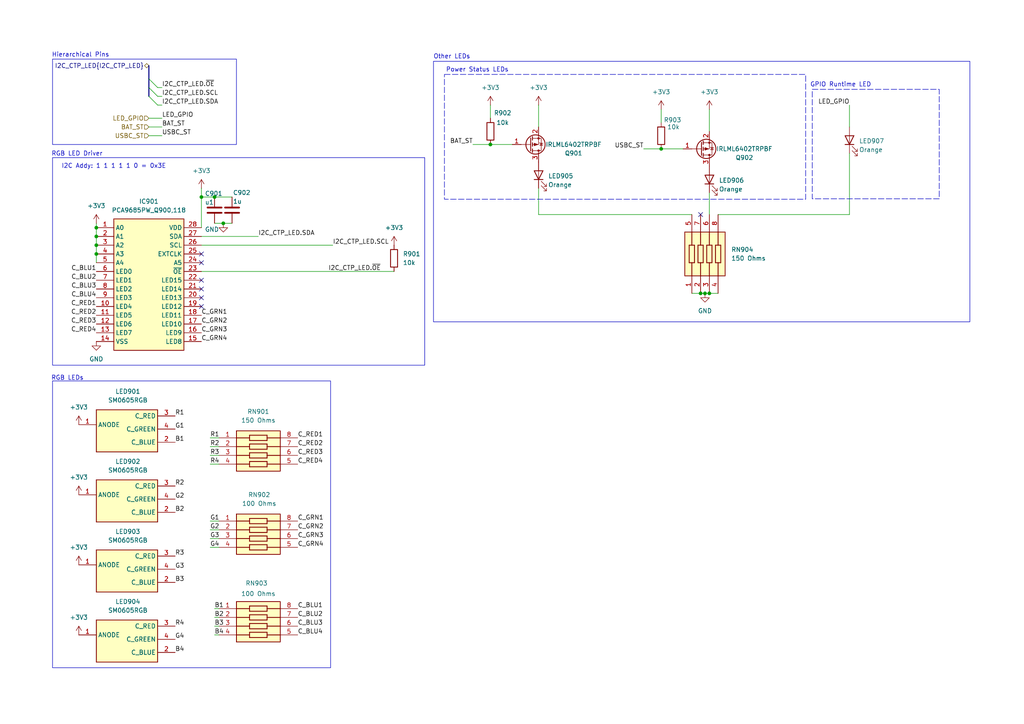
<source format=kicad_sch>
(kicad_sch
	(version 20250114)
	(generator "eeschema")
	(generator_version "9.0")
	(uuid "a3707a06-544a-4d24-b7af-4445ebcdfd54")
	(paper "A4")
	(lib_symbols
		(symbol "Device:C"
			(pin_numbers
				(hide yes)
			)
			(pin_names
				(offset 0.254)
			)
			(exclude_from_sim no)
			(in_bom yes)
			(on_board yes)
			(property "Reference" "C"
				(at 0.635 2.54 0)
				(effects
					(font
						(size 1.27 1.27)
					)
					(justify left)
				)
			)
			(property "Value" "C"
				(at 0.635 -2.54 0)
				(effects
					(font
						(size 1.27 1.27)
					)
					(justify left)
				)
			)
			(property "Footprint" ""
				(at 0.9652 -3.81 0)
				(effects
					(font
						(size 1.27 1.27)
					)
					(hide yes)
				)
			)
			(property "Datasheet" "~"
				(at 0 0 0)
				(effects
					(font
						(size 1.27 1.27)
					)
					(hide yes)
				)
			)
			(property "Description" "Unpolarized capacitor"
				(at 0 0 0)
				(effects
					(font
						(size 1.27 1.27)
					)
					(hide yes)
				)
			)
			(property "ki_keywords" "cap capacitor"
				(at 0 0 0)
				(effects
					(font
						(size 1.27 1.27)
					)
					(hide yes)
				)
			)
			(property "ki_fp_filters" "C_*"
				(at 0 0 0)
				(effects
					(font
						(size 1.27 1.27)
					)
					(hide yes)
				)
			)
			(symbol "C_0_1"
				(polyline
					(pts
						(xy -2.032 0.762) (xy 2.032 0.762)
					)
					(stroke
						(width 0.508)
						(type default)
					)
					(fill
						(type none)
					)
				)
				(polyline
					(pts
						(xy -2.032 -0.762) (xy 2.032 -0.762)
					)
					(stroke
						(width 0.508)
						(type default)
					)
					(fill
						(type none)
					)
				)
			)
			(symbol "C_1_1"
				(pin passive line
					(at 0 3.81 270)
					(length 2.794)
					(name "~"
						(effects
							(font
								(size 1.27 1.27)
							)
						)
					)
					(number "1"
						(effects
							(font
								(size 1.27 1.27)
							)
						)
					)
				)
				(pin passive line
					(at 0 -3.81 90)
					(length 2.794)
					(name "~"
						(effects
							(font
								(size 1.27 1.27)
							)
						)
					)
					(number "2"
						(effects
							(font
								(size 1.27 1.27)
							)
						)
					)
				)
			)
			(embedded_fonts no)
		)
		(symbol "Device:LED"
			(pin_numbers
				(hide yes)
			)
			(pin_names
				(offset 1.016)
				(hide yes)
			)
			(exclude_from_sim no)
			(in_bom yes)
			(on_board yes)
			(property "Reference" "D"
				(at 0 2.54 0)
				(effects
					(font
						(size 1.27 1.27)
					)
				)
			)
			(property "Value" "LED"
				(at 0 -2.54 0)
				(effects
					(font
						(size 1.27 1.27)
					)
				)
			)
			(property "Footprint" ""
				(at 0 0 0)
				(effects
					(font
						(size 1.27 1.27)
					)
					(hide yes)
				)
			)
			(property "Datasheet" "~"
				(at 0 0 0)
				(effects
					(font
						(size 1.27 1.27)
					)
					(hide yes)
				)
			)
			(property "Description" "Light emitting diode"
				(at 0 0 0)
				(effects
					(font
						(size 1.27 1.27)
					)
					(hide yes)
				)
			)
			(property "Sim.Pins" "1=K 2=A"
				(at 0 0 0)
				(effects
					(font
						(size 1.27 1.27)
					)
					(hide yes)
				)
			)
			(property "ki_keywords" "LED diode"
				(at 0 0 0)
				(effects
					(font
						(size 1.27 1.27)
					)
					(hide yes)
				)
			)
			(property "ki_fp_filters" "LED* LED_SMD:* LED_THT:*"
				(at 0 0 0)
				(effects
					(font
						(size 1.27 1.27)
					)
					(hide yes)
				)
			)
			(symbol "LED_0_1"
				(polyline
					(pts
						(xy -3.048 -0.762) (xy -4.572 -2.286) (xy -3.81 -2.286) (xy -4.572 -2.286) (xy -4.572 -1.524)
					)
					(stroke
						(width 0)
						(type default)
					)
					(fill
						(type none)
					)
				)
				(polyline
					(pts
						(xy -1.778 -0.762) (xy -3.302 -2.286) (xy -2.54 -2.286) (xy -3.302 -2.286) (xy -3.302 -1.524)
					)
					(stroke
						(width 0)
						(type default)
					)
					(fill
						(type none)
					)
				)
				(polyline
					(pts
						(xy -1.27 0) (xy 1.27 0)
					)
					(stroke
						(width 0)
						(type default)
					)
					(fill
						(type none)
					)
				)
				(polyline
					(pts
						(xy -1.27 -1.27) (xy -1.27 1.27)
					)
					(stroke
						(width 0.254)
						(type default)
					)
					(fill
						(type none)
					)
				)
				(polyline
					(pts
						(xy 1.27 -1.27) (xy 1.27 1.27) (xy -1.27 0) (xy 1.27 -1.27)
					)
					(stroke
						(width 0.254)
						(type default)
					)
					(fill
						(type none)
					)
				)
			)
			(symbol "LED_1_1"
				(pin passive line
					(at -3.81 0 0)
					(length 2.54)
					(name "K"
						(effects
							(font
								(size 1.27 1.27)
							)
						)
					)
					(number "1"
						(effects
							(font
								(size 1.27 1.27)
							)
						)
					)
				)
				(pin passive line
					(at 3.81 0 180)
					(length 2.54)
					(name "A"
						(effects
							(font
								(size 1.27 1.27)
							)
						)
					)
					(number "2"
						(effects
							(font
								(size 1.27 1.27)
							)
						)
					)
				)
			)
			(embedded_fonts no)
		)
		(symbol "Device:R"
			(pin_numbers
				(hide yes)
			)
			(pin_names
				(offset 0)
			)
			(exclude_from_sim no)
			(in_bom yes)
			(on_board yes)
			(property "Reference" "R"
				(at 2.032 0 90)
				(effects
					(font
						(size 1.27 1.27)
					)
				)
			)
			(property "Value" "R"
				(at 0 0 90)
				(effects
					(font
						(size 1.27 1.27)
					)
				)
			)
			(property "Footprint" ""
				(at -1.778 0 90)
				(effects
					(font
						(size 1.27 1.27)
					)
					(hide yes)
				)
			)
			(property "Datasheet" "~"
				(at 0 0 0)
				(effects
					(font
						(size 1.27 1.27)
					)
					(hide yes)
				)
			)
			(property "Description" "Resistor"
				(at 0 0 0)
				(effects
					(font
						(size 1.27 1.27)
					)
					(hide yes)
				)
			)
			(property "ki_keywords" "R res resistor"
				(at 0 0 0)
				(effects
					(font
						(size 1.27 1.27)
					)
					(hide yes)
				)
			)
			(property "ki_fp_filters" "R_*"
				(at 0 0 0)
				(effects
					(font
						(size 1.27 1.27)
					)
					(hide yes)
				)
			)
			(symbol "R_0_1"
				(rectangle
					(start -1.016 -2.54)
					(end 1.016 2.54)
					(stroke
						(width 0.254)
						(type default)
					)
					(fill
						(type none)
					)
				)
			)
			(symbol "R_1_1"
				(pin passive line
					(at 0 3.81 270)
					(length 1.27)
					(name "~"
						(effects
							(font
								(size 1.27 1.27)
							)
						)
					)
					(number "1"
						(effects
							(font
								(size 1.27 1.27)
							)
						)
					)
				)
				(pin passive line
					(at 0 -3.81 90)
					(length 1.27)
					(name "~"
						(effects
							(font
								(size 1.27 1.27)
							)
						)
					)
					(number "2"
						(effects
							(font
								(size 1.27 1.27)
							)
						)
					)
				)
			)
			(embedded_fonts no)
		)
		(symbol "EXB-V8V151JV_1"
			(pin_names
				(hide yes)
			)
			(exclude_from_sim no)
			(in_bom yes)
			(on_board yes)
			(property "Reference" "RN904"
				(at 19.05 -2.5399 0)
				(effects
					(font
						(size 1.27 1.27)
					)
					(justify left)
				)
			)
			(property "Value" "150 Ohms"
				(at 19.05 -5.0799 0)
				(effects
					(font
						(size 1.27 1.27)
					)
					(justify left)
				)
			)
			(property "Footprint" "SamacSys_Parts:EXBV8V151JV"
				(at 25.908 -105.08 0)
				(effects
					(font
						(size 1.27 1.27)
					)
					(justify left top)
					(hide yes)
				)
			)
			(property "Datasheet" "https://industrial.panasonic.com/cdbs/www-data/pdf/AOC0000/AOC0000C14.pdf"
				(at 25.908 -205.08 0)
				(effects
					(font
						(size 1.27 1.27)
					)
					(justify left top)
					(hide yes)
				)
			)
			(property "Description" "150 Ohm +/-5% 62.5mW Power Per Element Isolated 4 Resistor Network/Array +/-200ppm/C 1206 (3216 Metric), Concave, Long Side Terminals"
				(at 0 0 0)
				(effects
					(font
						(size 1.27 1.27)
					)
					(hide yes)
				)
			)
			(property "Height" "0.7"
				(at 25.908 -405.08 0)
				(effects
					(font
						(size 1.27 1.27)
					)
					(justify left top)
					(hide yes)
				)
			)
			(property "Mouser Part Number" "667-EXB-V8V151JV"
				(at 25.908 -505.08 0)
				(effects
					(font
						(size 1.27 1.27)
					)
					(justify left top)
					(hide yes)
				)
			)
			(property "Mouser Price/Stock" "https://www.mouser.co.uk/ProductDetail/Panasonic/EXB-V8V151JV?qs=uA7cY%2Fh6FfXfs0jVMGT1zw%3D%3D"
				(at 25.908 -605.08 0)
				(effects
					(font
						(size 1.27 1.27)
					)
					(justify left top)
					(hide yes)
				)
			)
			(property "Manufacturer_Name" "Panasonic"
				(at 25.908 -705.08 0)
				(effects
					(font
						(size 1.27 1.27)
					)
					(justify left top)
					(hide yes)
				)
			)
			(property "Manufacturer_Part_Number" "EXB-V8V151JV"
				(at 25.908 -805.08 0)
				(effects
					(font
						(size 1.27 1.27)
					)
					(justify left top)
					(hide yes)
				)
			)
			(symbol "EXB-V8V151JV_1_1_1"
				(rectangle
					(start 5.588 2.54)
					(end 17.272 -10.16)
					(stroke
						(width 0.254)
						(type default)
					)
					(fill
						(type background)
					)
				)
				(polyline
					(pts
						(xy 6.858 -1.27) (xy 6.858 -6.35)
					)
					(stroke
						(width 0.254)
						(type default)
					)
					(fill
						(type none)
					)
				)
				(polyline
					(pts
						(xy 6.858 -1.27) (xy 8.382 -1.27)
					)
					(stroke
						(width 0.254)
						(type default)
					)
					(fill
						(type none)
					)
				)
				(polyline
					(pts
						(xy 7.62 -1.27) (xy 7.62 2.54)
					)
					(stroke
						(width 0.254)
						(type default)
					)
					(fill
						(type none)
					)
				)
				(polyline
					(pts
						(xy 7.62 -6.35) (xy 7.62 -10.16)
					)
					(stroke
						(width 0.254)
						(type default)
					)
					(fill
						(type none)
					)
				)
				(polyline
					(pts
						(xy 8.382 -6.35) (xy 6.858 -6.35)
					)
					(stroke
						(width 0.254)
						(type default)
					)
					(fill
						(type none)
					)
				)
				(polyline
					(pts
						(xy 8.382 -6.35) (xy 8.382 -1.27)
					)
					(stroke
						(width 0.254)
						(type default)
					)
					(fill
						(type none)
					)
				)
				(polyline
					(pts
						(xy 9.398 -1.27) (xy 9.398 -6.35)
					)
					(stroke
						(width 0.254)
						(type default)
					)
					(fill
						(type none)
					)
				)
				(polyline
					(pts
						(xy 9.398 -1.27) (xy 10.922 -1.27)
					)
					(stroke
						(width 0.254)
						(type default)
					)
					(fill
						(type none)
					)
				)
				(polyline
					(pts
						(xy 10.16 -1.27) (xy 10.16 2.54)
					)
					(stroke
						(width 0.254)
						(type default)
					)
					(fill
						(type none)
					)
				)
				(polyline
					(pts
						(xy 10.16 -6.35) (xy 10.16 -10.16)
					)
					(stroke
						(width 0.254)
						(type default)
					)
					(fill
						(type none)
					)
				)
				(polyline
					(pts
						(xy 10.922 -6.35) (xy 9.398 -6.35)
					)
					(stroke
						(width 0.254)
						(type default)
					)
					(fill
						(type none)
					)
				)
				(polyline
					(pts
						(xy 10.922 -6.35) (xy 10.922 -1.27)
					)
					(stroke
						(width 0.254)
						(type default)
					)
					(fill
						(type none)
					)
				)
				(polyline
					(pts
						(xy 11.938 -1.27) (xy 11.938 -6.35)
					)
					(stroke
						(width 0.254)
						(type default)
					)
					(fill
						(type none)
					)
				)
				(polyline
					(pts
						(xy 11.938 -1.27) (xy 13.462 -1.27)
					)
					(stroke
						(width 0.254)
						(type default)
					)
					(fill
						(type none)
					)
				)
				(polyline
					(pts
						(xy 12.7 -1.27) (xy 12.7 2.54)
					)
					(stroke
						(width 0.254)
						(type default)
					)
					(fill
						(type none)
					)
				)
				(polyline
					(pts
						(xy 12.7 -6.35) (xy 12.7 -10.16)
					)
					(stroke
						(width 0.254)
						(type default)
					)
					(fill
						(type none)
					)
				)
				(polyline
					(pts
						(xy 13.462 -6.35) (xy 11.938 -6.35)
					)
					(stroke
						(width 0.254)
						(type default)
					)
					(fill
						(type none)
					)
				)
				(polyline
					(pts
						(xy 13.462 -6.35) (xy 13.462 -1.27)
					)
					(stroke
						(width 0.254)
						(type default)
					)
					(fill
						(type none)
					)
				)
				(polyline
					(pts
						(xy 14.478 -1.27) (xy 14.478 -6.35)
					)
					(stroke
						(width 0.254)
						(type default)
					)
					(fill
						(type none)
					)
				)
				(polyline
					(pts
						(xy 14.478 -1.27) (xy 16.002 -1.27)
					)
					(stroke
						(width 0.254)
						(type default)
					)
					(fill
						(type none)
					)
				)
				(polyline
					(pts
						(xy 15.24 -1.27) (xy 15.24 2.54)
					)
					(stroke
						(width 0.254)
						(type default)
					)
					(fill
						(type none)
					)
				)
				(polyline
					(pts
						(xy 15.24 -6.35) (xy 15.24 -10.16)
					)
					(stroke
						(width 0.254)
						(type default)
					)
					(fill
						(type none)
					)
				)
				(polyline
					(pts
						(xy 16.002 -6.35) (xy 14.478 -6.35)
					)
					(stroke
						(width 0.254)
						(type default)
					)
					(fill
						(type none)
					)
				)
				(polyline
					(pts
						(xy 16.002 -6.35) (xy 16.002 -1.27)
					)
					(stroke
						(width 0.254)
						(type default)
					)
					(fill
						(type none)
					)
				)
				(pin passive line
					(at 7.62 7.62 270)
					(length 5.08)
					(name "5"
						(effects
							(font
								(size 1.27 1.27)
							)
						)
					)
					(number "5"
						(effects
							(font
								(size 1.27 1.27)
							)
						)
					)
				)
				(pin passive line
					(at 7.62 -15.24 90)
					(length 5.08)
					(name "1"
						(effects
							(font
								(size 1.27 1.27)
							)
						)
					)
					(number "1"
						(effects
							(font
								(size 1.27 1.27)
							)
						)
					)
				)
				(pin passive line
					(at 10.16 7.62 270)
					(length 5.08)
					(name "7"
						(effects
							(font
								(size 1.27 1.27)
							)
						)
					)
					(number "7"
						(effects
							(font
								(size 1.27 1.27)
							)
						)
					)
				)
				(pin passive line
					(at 10.16 -15.24 90)
					(length 5.08)
					(name "2"
						(effects
							(font
								(size 1.27 1.27)
							)
						)
					)
					(number "2"
						(effects
							(font
								(size 1.27 1.27)
							)
						)
					)
				)
				(pin passive line
					(at 12.7 7.62 270)
					(length 5.08)
					(name "6"
						(effects
							(font
								(size 1.27 1.27)
							)
						)
					)
					(number "6"
						(effects
							(font
								(size 1.27 1.27)
							)
						)
					)
				)
				(pin passive line
					(at 12.7 -15.24 90)
					(length 5.08)
					(name "3"
						(effects
							(font
								(size 1.27 1.27)
							)
						)
					)
					(number "3"
						(effects
							(font
								(size 1.27 1.27)
							)
						)
					)
				)
				(pin passive line
					(at 15.24 7.62 270)
					(length 5.08)
					(name "8"
						(effects
							(font
								(size 1.27 1.27)
							)
						)
					)
					(number "8"
						(effects
							(font
								(size 1.27 1.27)
							)
						)
					)
				)
				(pin passive line
					(at 15.24 -15.24 90)
					(length 5.08)
					(name "4"
						(effects
							(font
								(size 1.27 1.27)
							)
						)
					)
					(number "4"
						(effects
							(font
								(size 1.27 1.27)
							)
						)
					)
				)
			)
			(embedded_fonts no)
		)
		(symbol "SamacSys_Parts:EXB-U38101JV"
			(pin_names
				(hide yes)
			)
			(exclude_from_sim no)
			(in_bom yes)
			(on_board yes)
			(property "Reference" "RN"
				(at 25.908 -2.54 0)
				(effects
					(font
						(size 1.27 1.27)
					)
					(justify left top)
				)
			)
			(property "Value" "EXB-U38101JV"
				(at 25.908 -5.08 0)
				(effects
					(font
						(size 1.27 1.27)
					)
					(justify left top)
				)
			)
			(property "Footprint" "EXBU38"
				(at 25.908 -105.08 0)
				(effects
					(font
						(size 1.27 1.27)
					)
					(justify left top)
					(hide yes)
				)
			)
			(property "Datasheet" "https://industrial.panasonic.com/cdbs/www-data/pdf/AOC0000/AOC0000C20.pdf"
				(at 25.908 -205.08 0)
				(effects
					(font
						(size 1.27 1.27)
					)
					(justify left top)
					(hide yes)
				)
			)
			(property "Description" "Series/Type: Anti-Sulfurated Chip Resistor Array, Power Rating (W): 0.063, Chip Size (LxW) (mm): 3.2 X 1.6, Resistance Values (): 100, Resistance Tolerance (%): 5, Terminal Pitch (mm): 0.8, Type of Circuit: Isolated Circuit, Number of Elements (piece): 4, T.C.R (10/K): +/-200, Number of Terminals (piece): 8"
				(at 0 0 0)
				(effects
					(font
						(size 1.27 1.27)
					)
					(hide yes)
				)
			)
			(property "Height" ""
				(at 25.908 -405.08 0)
				(effects
					(font
						(size 1.27 1.27)
					)
					(justify left top)
					(hide yes)
				)
			)
			(property "Mouser Part Number" "667-EXB-U38101JV"
				(at 25.908 -505.08 0)
				(effects
					(font
						(size 1.27 1.27)
					)
					(justify left top)
					(hide yes)
				)
			)
			(property "Mouser Price/Stock" "https://www.mouser.co.uk/ProductDetail/Panasonic/EXB-U38101JV?qs=Z3CaLxJiOJJ7wE5VDXJYWA%3D%3D"
				(at 25.908 -605.08 0)
				(effects
					(font
						(size 1.27 1.27)
					)
					(justify left top)
					(hide yes)
				)
			)
			(property "Manufacturer_Name" "Panasonic"
				(at 25.908 -705.08 0)
				(effects
					(font
						(size 1.27 1.27)
					)
					(justify left top)
					(hide yes)
				)
			)
			(property "Manufacturer_Part_Number" "EXB-U38101JV"
				(at 25.908 -805.08 0)
				(effects
					(font
						(size 1.27 1.27)
					)
					(justify left top)
					(hide yes)
				)
			)
			(symbol "EXB-U38101JV_1_1"
				(rectangle
					(start 13.208 1.27)
					(end 24.892 -11.43)
					(stroke
						(width 0.254)
						(type default)
					)
					(fill
						(type background)
					)
				)
				(polyline
					(pts
						(xy 14.478 -2.54) (xy 14.478 -7.62)
					)
					(stroke
						(width 0.254)
						(type default)
					)
					(fill
						(type none)
					)
				)
				(polyline
					(pts
						(xy 14.478 -2.54) (xy 16.002 -2.54)
					)
					(stroke
						(width 0.254)
						(type default)
					)
					(fill
						(type none)
					)
				)
				(polyline
					(pts
						(xy 15.24 -2.54) (xy 15.24 1.27)
					)
					(stroke
						(width 0.254)
						(type default)
					)
					(fill
						(type none)
					)
				)
				(polyline
					(pts
						(xy 15.24 -7.62) (xy 15.24 -11.43)
					)
					(stroke
						(width 0.254)
						(type default)
					)
					(fill
						(type none)
					)
				)
				(polyline
					(pts
						(xy 16.002 -7.62) (xy 14.478 -7.62)
					)
					(stroke
						(width 0.254)
						(type default)
					)
					(fill
						(type none)
					)
				)
				(polyline
					(pts
						(xy 16.002 -7.62) (xy 16.002 -2.54)
					)
					(stroke
						(width 0.254)
						(type default)
					)
					(fill
						(type none)
					)
				)
				(polyline
					(pts
						(xy 17.018 -2.54) (xy 17.018 -7.62)
					)
					(stroke
						(width 0.254)
						(type default)
					)
					(fill
						(type none)
					)
				)
				(polyline
					(pts
						(xy 17.018 -2.54) (xy 18.542 -2.54)
					)
					(stroke
						(width 0.254)
						(type default)
					)
					(fill
						(type none)
					)
				)
				(polyline
					(pts
						(xy 17.78 -2.54) (xy 17.78 1.27)
					)
					(stroke
						(width 0.254)
						(type default)
					)
					(fill
						(type none)
					)
				)
				(polyline
					(pts
						(xy 17.78 -7.62) (xy 17.78 -11.43)
					)
					(stroke
						(width 0.254)
						(type default)
					)
					(fill
						(type none)
					)
				)
				(polyline
					(pts
						(xy 18.542 -7.62) (xy 17.018 -7.62)
					)
					(stroke
						(width 0.254)
						(type default)
					)
					(fill
						(type none)
					)
				)
				(polyline
					(pts
						(xy 18.542 -7.62) (xy 18.542 -2.54)
					)
					(stroke
						(width 0.254)
						(type default)
					)
					(fill
						(type none)
					)
				)
				(polyline
					(pts
						(xy 19.558 -2.54) (xy 19.558 -7.62)
					)
					(stroke
						(width 0.254)
						(type default)
					)
					(fill
						(type none)
					)
				)
				(polyline
					(pts
						(xy 19.558 -2.54) (xy 21.082 -2.54)
					)
					(stroke
						(width 0.254)
						(type default)
					)
					(fill
						(type none)
					)
				)
				(polyline
					(pts
						(xy 20.32 -2.54) (xy 20.32 1.27)
					)
					(stroke
						(width 0.254)
						(type default)
					)
					(fill
						(type none)
					)
				)
				(polyline
					(pts
						(xy 20.32 -7.62) (xy 20.32 -11.43)
					)
					(stroke
						(width 0.254)
						(type default)
					)
					(fill
						(type none)
					)
				)
				(polyline
					(pts
						(xy 21.082 -7.62) (xy 19.558 -7.62)
					)
					(stroke
						(width 0.254)
						(type default)
					)
					(fill
						(type none)
					)
				)
				(polyline
					(pts
						(xy 21.082 -7.62) (xy 21.082 -2.54)
					)
					(stroke
						(width 0.254)
						(type default)
					)
					(fill
						(type none)
					)
				)
				(polyline
					(pts
						(xy 22.098 -2.54) (xy 22.098 -7.62)
					)
					(stroke
						(width 0.254)
						(type default)
					)
					(fill
						(type none)
					)
				)
				(polyline
					(pts
						(xy 22.098 -2.54) (xy 23.622 -2.54)
					)
					(stroke
						(width 0.254)
						(type default)
					)
					(fill
						(type none)
					)
				)
				(polyline
					(pts
						(xy 22.86 -2.54) (xy 22.86 1.27)
					)
					(stroke
						(width 0.254)
						(type default)
					)
					(fill
						(type none)
					)
				)
				(polyline
					(pts
						(xy 22.86 -7.62) (xy 22.86 -11.43)
					)
					(stroke
						(width 0.254)
						(type default)
					)
					(fill
						(type none)
					)
				)
				(polyline
					(pts
						(xy 23.622 -7.62) (xy 22.098 -7.62)
					)
					(stroke
						(width 0.254)
						(type default)
					)
					(fill
						(type none)
					)
				)
				(polyline
					(pts
						(xy 23.622 -7.62) (xy 23.622 -2.54)
					)
					(stroke
						(width 0.254)
						(type default)
					)
					(fill
						(type none)
					)
				)
				(pin passive line
					(at 15.24 6.35 270)
					(length 5.08)
					(name "8"
						(effects
							(font
								(size 1.27 1.27)
							)
						)
					)
					(number "8"
						(effects
							(font
								(size 1.27 1.27)
							)
						)
					)
				)
				(pin passive line
					(at 15.24 -16.51 90)
					(length 5.08)
					(name "1"
						(effects
							(font
								(size 1.27 1.27)
							)
						)
					)
					(number "1"
						(effects
							(font
								(size 1.27 1.27)
							)
						)
					)
				)
				(pin passive line
					(at 17.78 6.35 270)
					(length 5.08)
					(name "7"
						(effects
							(font
								(size 1.27 1.27)
							)
						)
					)
					(number "7"
						(effects
							(font
								(size 1.27 1.27)
							)
						)
					)
				)
				(pin passive line
					(at 17.78 -16.51 90)
					(length 5.08)
					(name "2"
						(effects
							(font
								(size 1.27 1.27)
							)
						)
					)
					(number "2"
						(effects
							(font
								(size 1.27 1.27)
							)
						)
					)
				)
				(pin passive line
					(at 20.32 6.35 270)
					(length 5.08)
					(name "6"
						(effects
							(font
								(size 1.27 1.27)
							)
						)
					)
					(number "6"
						(effects
							(font
								(size 1.27 1.27)
							)
						)
					)
				)
				(pin passive line
					(at 20.32 -16.51 90)
					(length 5.08)
					(name "3"
						(effects
							(font
								(size 1.27 1.27)
							)
						)
					)
					(number "3"
						(effects
							(font
								(size 1.27 1.27)
							)
						)
					)
				)
				(pin passive line
					(at 22.86 6.35 270)
					(length 5.08)
					(name "5"
						(effects
							(font
								(size 1.27 1.27)
							)
						)
					)
					(number "5"
						(effects
							(font
								(size 1.27 1.27)
							)
						)
					)
				)
				(pin passive line
					(at 22.86 -16.51 90)
					(length 5.08)
					(name "4"
						(effects
							(font
								(size 1.27 1.27)
							)
						)
					)
					(number "4"
						(effects
							(font
								(size 1.27 1.27)
							)
						)
					)
				)
			)
			(embedded_fonts no)
		)
		(symbol "SamacSys_Parts:EXB-V8V151JV"
			(pin_names
				(hide yes)
			)
			(exclude_from_sim no)
			(in_bom yes)
			(on_board yes)
			(property "Reference" "RN"
				(at 18.796 -2.032 0)
				(effects
					(font
						(size 1.27 1.27)
					)
					(justify left top)
				)
			)
			(property "Value" "EXB-V8V151JV"
				(at 18.796 -4.572 0)
				(effects
					(font
						(size 1.27 1.27)
					)
					(justify left top)
				)
			)
			(property "Footprint" "EXBV8V151JV"
				(at 25.908 -105.08 0)
				(effects
					(font
						(size 1.27 1.27)
					)
					(justify left top)
					(hide yes)
				)
			)
			(property "Datasheet" "https://industrial.panasonic.com/cdbs/www-data/pdf/AOC0000/AOC0000C14.pdf"
				(at 25.908 -205.08 0)
				(effects
					(font
						(size 1.27 1.27)
					)
					(justify left top)
					(hide yes)
				)
			)
			(property "Description" "150 Ohm +/-5% 62.5mW Power Per Element Isolated 4 Resistor Network/Array +/-200ppm/C 1206 (3216 Metric), Concave, Long Side Terminals"
				(at 0 0 0)
				(effects
					(font
						(size 1.27 1.27)
					)
					(hide yes)
				)
			)
			(property "Height" "0.7"
				(at 25.908 -405.08 0)
				(effects
					(font
						(size 1.27 1.27)
					)
					(justify left top)
					(hide yes)
				)
			)
			(property "Mouser Part Number" "667-EXB-V8V151JV"
				(at 25.908 -505.08 0)
				(effects
					(font
						(size 1.27 1.27)
					)
					(justify left top)
					(hide yes)
				)
			)
			(property "Mouser Price/Stock" "https://www.mouser.co.uk/ProductDetail/Panasonic/EXB-V8V151JV?qs=uA7cY%2Fh6FfXfs0jVMGT1zw%3D%3D"
				(at 25.908 -605.08 0)
				(effects
					(font
						(size 1.27 1.27)
					)
					(justify left top)
					(hide yes)
				)
			)
			(property "Manufacturer_Name" "Panasonic"
				(at 25.908 -705.08 0)
				(effects
					(font
						(size 1.27 1.27)
					)
					(justify left top)
					(hide yes)
				)
			)
			(property "Manufacturer_Part_Number" "EXB-V8V151JV"
				(at 25.908 -805.08 0)
				(effects
					(font
						(size 1.27 1.27)
					)
					(justify left top)
					(hide yes)
				)
			)
			(symbol "EXB-V8V151JV_1_1"
				(rectangle
					(start 5.588 2.54)
					(end 17.272 -10.16)
					(stroke
						(width 0.254)
						(type default)
					)
					(fill
						(type background)
					)
				)
				(polyline
					(pts
						(xy 6.858 -1.27) (xy 6.858 -6.35)
					)
					(stroke
						(width 0.254)
						(type default)
					)
					(fill
						(type none)
					)
				)
				(polyline
					(pts
						(xy 6.858 -1.27) (xy 8.382 -1.27)
					)
					(stroke
						(width 0.254)
						(type default)
					)
					(fill
						(type none)
					)
				)
				(polyline
					(pts
						(xy 7.62 -1.27) (xy 7.62 2.54)
					)
					(stroke
						(width 0.254)
						(type default)
					)
					(fill
						(type none)
					)
				)
				(polyline
					(pts
						(xy 7.62 -6.35) (xy 7.62 -10.16)
					)
					(stroke
						(width 0.254)
						(type default)
					)
					(fill
						(type none)
					)
				)
				(polyline
					(pts
						(xy 8.382 -6.35) (xy 6.858 -6.35)
					)
					(stroke
						(width 0.254)
						(type default)
					)
					(fill
						(type none)
					)
				)
				(polyline
					(pts
						(xy 8.382 -6.35) (xy 8.382 -1.27)
					)
					(stroke
						(width 0.254)
						(type default)
					)
					(fill
						(type none)
					)
				)
				(polyline
					(pts
						(xy 9.398 -1.27) (xy 9.398 -6.35)
					)
					(stroke
						(width 0.254)
						(type default)
					)
					(fill
						(type none)
					)
				)
				(polyline
					(pts
						(xy 9.398 -1.27) (xy 10.922 -1.27)
					)
					(stroke
						(width 0.254)
						(type default)
					)
					(fill
						(type none)
					)
				)
				(polyline
					(pts
						(xy 10.16 -1.27) (xy 10.16 2.54)
					)
					(stroke
						(width 0.254)
						(type default)
					)
					(fill
						(type none)
					)
				)
				(polyline
					(pts
						(xy 10.16 -6.35) (xy 10.16 -10.16)
					)
					(stroke
						(width 0.254)
						(type default)
					)
					(fill
						(type none)
					)
				)
				(polyline
					(pts
						(xy 10.922 -6.35) (xy 9.398 -6.35)
					)
					(stroke
						(width 0.254)
						(type default)
					)
					(fill
						(type none)
					)
				)
				(polyline
					(pts
						(xy 10.922 -6.35) (xy 10.922 -1.27)
					)
					(stroke
						(width 0.254)
						(type default)
					)
					(fill
						(type none)
					)
				)
				(polyline
					(pts
						(xy 11.938 -1.27) (xy 11.938 -6.35)
					)
					(stroke
						(width 0.254)
						(type default)
					)
					(fill
						(type none)
					)
				)
				(polyline
					(pts
						(xy 11.938 -1.27) (xy 13.462 -1.27)
					)
					(stroke
						(width 0.254)
						(type default)
					)
					(fill
						(type none)
					)
				)
				(polyline
					(pts
						(xy 12.7 -1.27) (xy 12.7 2.54)
					)
					(stroke
						(width 0.254)
						(type default)
					)
					(fill
						(type none)
					)
				)
				(polyline
					(pts
						(xy 12.7 -6.35) (xy 12.7 -10.16)
					)
					(stroke
						(width 0.254)
						(type default)
					)
					(fill
						(type none)
					)
				)
				(polyline
					(pts
						(xy 13.462 -6.35) (xy 11.938 -6.35)
					)
					(stroke
						(width 0.254)
						(type default)
					)
					(fill
						(type none)
					)
				)
				(polyline
					(pts
						(xy 13.462 -6.35) (xy 13.462 -1.27)
					)
					(stroke
						(width 0.254)
						(type default)
					)
					(fill
						(type none)
					)
				)
				(polyline
					(pts
						(xy 14.478 -1.27) (xy 14.478 -6.35)
					)
					(stroke
						(width 0.254)
						(type default)
					)
					(fill
						(type none)
					)
				)
				(polyline
					(pts
						(xy 14.478 -1.27) (xy 16.002 -1.27)
					)
					(stroke
						(width 0.254)
						(type default)
					)
					(fill
						(type none)
					)
				)
				(polyline
					(pts
						(xy 15.24 -1.27) (xy 15.24 2.54)
					)
					(stroke
						(width 0.254)
						(type default)
					)
					(fill
						(type none)
					)
				)
				(polyline
					(pts
						(xy 15.24 -6.35) (xy 15.24 -10.16)
					)
					(stroke
						(width 0.254)
						(type default)
					)
					(fill
						(type none)
					)
				)
				(polyline
					(pts
						(xy 16.002 -6.35) (xy 14.478 -6.35)
					)
					(stroke
						(width 0.254)
						(type default)
					)
					(fill
						(type none)
					)
				)
				(polyline
					(pts
						(xy 16.002 -6.35) (xy 16.002 -1.27)
					)
					(stroke
						(width 0.254)
						(type default)
					)
					(fill
						(type none)
					)
				)
				(pin passive line
					(at 7.62 7.62 270)
					(length 5.08)
					(name "8"
						(effects
							(font
								(size 1.27 1.27)
							)
						)
					)
					(number "8"
						(effects
							(font
								(size 1.27 1.27)
							)
						)
					)
				)
				(pin passive line
					(at 7.62 -15.24 90)
					(length 5.08)
					(name "1"
						(effects
							(font
								(size 1.27 1.27)
							)
						)
					)
					(number "1"
						(effects
							(font
								(size 1.27 1.27)
							)
						)
					)
				)
				(pin passive line
					(at 10.16 7.62 270)
					(length 5.08)
					(name "7"
						(effects
							(font
								(size 1.27 1.27)
							)
						)
					)
					(number "7"
						(effects
							(font
								(size 1.27 1.27)
							)
						)
					)
				)
				(pin passive line
					(at 10.16 -15.24 90)
					(length 5.08)
					(name "2"
						(effects
							(font
								(size 1.27 1.27)
							)
						)
					)
					(number "2"
						(effects
							(font
								(size 1.27 1.27)
							)
						)
					)
				)
				(pin passive line
					(at 12.7 7.62 270)
					(length 5.08)
					(name "6"
						(effects
							(font
								(size 1.27 1.27)
							)
						)
					)
					(number "6"
						(effects
							(font
								(size 1.27 1.27)
							)
						)
					)
				)
				(pin passive line
					(at 12.7 -15.24 90)
					(length 5.08)
					(name "3"
						(effects
							(font
								(size 1.27 1.27)
							)
						)
					)
					(number "3"
						(effects
							(font
								(size 1.27 1.27)
							)
						)
					)
				)
				(pin passive line
					(at 15.24 7.62 270)
					(length 5.08)
					(name "5"
						(effects
							(font
								(size 1.27 1.27)
							)
						)
					)
					(number "5"
						(effects
							(font
								(size 1.27 1.27)
							)
						)
					)
				)
				(pin passive line
					(at 15.24 -15.24 90)
					(length 5.08)
					(name "4"
						(effects
							(font
								(size 1.27 1.27)
							)
						)
					)
					(number "4"
						(effects
							(font
								(size 1.27 1.27)
							)
						)
					)
				)
			)
			(embedded_fonts no)
		)
		(symbol "SamacSys_Parts:PCA9685PW_Q900,118"
			(exclude_from_sim no)
			(in_bom yes)
			(on_board yes)
			(property "Reference" "IC"
				(at 26.67 7.62 0)
				(effects
					(font
						(size 1.27 1.27)
					)
					(justify left top)
				)
			)
			(property "Value" "PCA9685PW_Q900,118"
				(at 26.67 5.08 0)
				(effects
					(font
						(size 1.27 1.27)
					)
					(justify left top)
				)
			)
			(property "Footprint" "SOP65P640X110-28N"
				(at 26.67 -94.92 0)
				(effects
					(font
						(size 1.27 1.27)
					)
					(justify left top)
					(hide yes)
				)
			)
			(property "Datasheet" "http://www.nxp.com/docs/en/data-sheet/PCA9685.pdf"
				(at 26.67 -194.92 0)
				(effects
					(font
						(size 1.27 1.27)
					)
					(justify left top)
					(hide yes)
				)
			)
			(property "Description" "NXP - PCA9685PW/Q900,118 - LED DRIVER, AEC-Q100, 16-CH, TSSOP-20"
				(at 0 0 0)
				(effects
					(font
						(size 1.27 1.27)
					)
					(hide yes)
				)
			)
			(property "Height" "1.1"
				(at 26.67 -394.92 0)
				(effects
					(font
						(size 1.27 1.27)
					)
					(justify left top)
					(hide yes)
				)
			)
			(property "Mouser Part Number" "771-PCA9685PWQ900118"
				(at 26.67 -494.92 0)
				(effects
					(font
						(size 1.27 1.27)
					)
					(justify left top)
					(hide yes)
				)
			)
			(property "Mouser Price/Stock" "https://www.mouser.co.uk/ProductDetail/NXP-Semiconductors/PCA9685PW-Q900118?qs=MWRe%252BjyhxRtZfKNN86P1Tg%3D%3D"
				(at 26.67 -594.92 0)
				(effects
					(font
						(size 1.27 1.27)
					)
					(justify left top)
					(hide yes)
				)
			)
			(property "Manufacturer_Name" "NXP"
				(at 26.67 -694.92 0)
				(effects
					(font
						(size 1.27 1.27)
					)
					(justify left top)
					(hide yes)
				)
			)
			(property "Manufacturer_Part_Number" "PCA9685PW/Q900,118"
				(at 26.67 -794.92 0)
				(effects
					(font
						(size 1.27 1.27)
					)
					(justify left top)
					(hide yes)
				)
			)
			(symbol "PCA9685PW_Q900,118_1_1"
				(rectangle
					(start 5.08 2.54)
					(end 25.4 -35.56)
					(stroke
						(width 0.254)
						(type default)
					)
					(fill
						(type background)
					)
				)
				(pin passive line
					(at 0 0 0)
					(length 5.08)
					(name "A0"
						(effects
							(font
								(size 1.27 1.27)
							)
						)
					)
					(number "1"
						(effects
							(font
								(size 1.27 1.27)
							)
						)
					)
				)
				(pin passive line
					(at 0 -2.54 0)
					(length 5.08)
					(name "A1"
						(effects
							(font
								(size 1.27 1.27)
							)
						)
					)
					(number "2"
						(effects
							(font
								(size 1.27 1.27)
							)
						)
					)
				)
				(pin passive line
					(at 0 -5.08 0)
					(length 5.08)
					(name "A2"
						(effects
							(font
								(size 1.27 1.27)
							)
						)
					)
					(number "3"
						(effects
							(font
								(size 1.27 1.27)
							)
						)
					)
				)
				(pin passive line
					(at 0 -7.62 0)
					(length 5.08)
					(name "A3"
						(effects
							(font
								(size 1.27 1.27)
							)
						)
					)
					(number "4"
						(effects
							(font
								(size 1.27 1.27)
							)
						)
					)
				)
				(pin passive line
					(at 0 -10.16 0)
					(length 5.08)
					(name "A4"
						(effects
							(font
								(size 1.27 1.27)
							)
						)
					)
					(number "5"
						(effects
							(font
								(size 1.27 1.27)
							)
						)
					)
				)
				(pin passive line
					(at 0 -12.7 0)
					(length 5.08)
					(name "LED0"
						(effects
							(font
								(size 1.27 1.27)
							)
						)
					)
					(number "6"
						(effects
							(font
								(size 1.27 1.27)
							)
						)
					)
				)
				(pin passive line
					(at 0 -15.24 0)
					(length 5.08)
					(name "LED1"
						(effects
							(font
								(size 1.27 1.27)
							)
						)
					)
					(number "7"
						(effects
							(font
								(size 1.27 1.27)
							)
						)
					)
				)
				(pin passive line
					(at 0 -17.78 0)
					(length 5.08)
					(name "LED2"
						(effects
							(font
								(size 1.27 1.27)
							)
						)
					)
					(number "8"
						(effects
							(font
								(size 1.27 1.27)
							)
						)
					)
				)
				(pin passive line
					(at 0 -20.32 0)
					(length 5.08)
					(name "LED3"
						(effects
							(font
								(size 1.27 1.27)
							)
						)
					)
					(number "9"
						(effects
							(font
								(size 1.27 1.27)
							)
						)
					)
				)
				(pin passive line
					(at 0 -22.86 0)
					(length 5.08)
					(name "LED4"
						(effects
							(font
								(size 1.27 1.27)
							)
						)
					)
					(number "10"
						(effects
							(font
								(size 1.27 1.27)
							)
						)
					)
				)
				(pin passive line
					(at 0 -25.4 0)
					(length 5.08)
					(name "LED5"
						(effects
							(font
								(size 1.27 1.27)
							)
						)
					)
					(number "11"
						(effects
							(font
								(size 1.27 1.27)
							)
						)
					)
				)
				(pin passive line
					(at 0 -27.94 0)
					(length 5.08)
					(name "LED6"
						(effects
							(font
								(size 1.27 1.27)
							)
						)
					)
					(number "12"
						(effects
							(font
								(size 1.27 1.27)
							)
						)
					)
				)
				(pin passive line
					(at 0 -30.48 0)
					(length 5.08)
					(name "LED7"
						(effects
							(font
								(size 1.27 1.27)
							)
						)
					)
					(number "13"
						(effects
							(font
								(size 1.27 1.27)
							)
						)
					)
				)
				(pin passive line
					(at 0 -33.02 0)
					(length 5.08)
					(name "VSS"
						(effects
							(font
								(size 1.27 1.27)
							)
						)
					)
					(number "14"
						(effects
							(font
								(size 1.27 1.27)
							)
						)
					)
				)
				(pin passive line
					(at 30.48 0 180)
					(length 5.08)
					(name "VDD"
						(effects
							(font
								(size 1.27 1.27)
							)
						)
					)
					(number "28"
						(effects
							(font
								(size 1.27 1.27)
							)
						)
					)
				)
				(pin passive line
					(at 30.48 -2.54 180)
					(length 5.08)
					(name "SDA"
						(effects
							(font
								(size 1.27 1.27)
							)
						)
					)
					(number "27"
						(effects
							(font
								(size 1.27 1.27)
							)
						)
					)
				)
				(pin passive line
					(at 30.48 -5.08 180)
					(length 5.08)
					(name "SCL"
						(effects
							(font
								(size 1.27 1.27)
							)
						)
					)
					(number "26"
						(effects
							(font
								(size 1.27 1.27)
							)
						)
					)
				)
				(pin passive line
					(at 30.48 -7.62 180)
					(length 5.08)
					(name "EXTCLK"
						(effects
							(font
								(size 1.27 1.27)
							)
						)
					)
					(number "25"
						(effects
							(font
								(size 1.27 1.27)
							)
						)
					)
				)
				(pin passive line
					(at 30.48 -10.16 180)
					(length 5.08)
					(name "A5"
						(effects
							(font
								(size 1.27 1.27)
							)
						)
					)
					(number "24"
						(effects
							(font
								(size 1.27 1.27)
							)
						)
					)
				)
				(pin passive line
					(at 30.48 -12.7 180)
					(length 5.08)
					(name "~{OE}"
						(effects
							(font
								(size 1.27 1.27)
							)
						)
					)
					(number "23"
						(effects
							(font
								(size 1.27 1.27)
							)
						)
					)
				)
				(pin passive line
					(at 30.48 -15.24 180)
					(length 5.08)
					(name "LED15"
						(effects
							(font
								(size 1.27 1.27)
							)
						)
					)
					(number "22"
						(effects
							(font
								(size 1.27 1.27)
							)
						)
					)
				)
				(pin passive line
					(at 30.48 -17.78 180)
					(length 5.08)
					(name "LED14"
						(effects
							(font
								(size 1.27 1.27)
							)
						)
					)
					(number "21"
						(effects
							(font
								(size 1.27 1.27)
							)
						)
					)
				)
				(pin passive line
					(at 30.48 -20.32 180)
					(length 5.08)
					(name "LED13"
						(effects
							(font
								(size 1.27 1.27)
							)
						)
					)
					(number "20"
						(effects
							(font
								(size 1.27 1.27)
							)
						)
					)
				)
				(pin passive line
					(at 30.48 -22.86 180)
					(length 5.08)
					(name "LED12"
						(effects
							(font
								(size 1.27 1.27)
							)
						)
					)
					(number "19"
						(effects
							(font
								(size 1.27 1.27)
							)
						)
					)
				)
				(pin passive line
					(at 30.48 -25.4 180)
					(length 5.08)
					(name "LED11"
						(effects
							(font
								(size 1.27 1.27)
							)
						)
					)
					(number "18"
						(effects
							(font
								(size 1.27 1.27)
							)
						)
					)
				)
				(pin passive line
					(at 30.48 -27.94 180)
					(length 5.08)
					(name "LED10"
						(effects
							(font
								(size 1.27 1.27)
							)
						)
					)
					(number "17"
						(effects
							(font
								(size 1.27 1.27)
							)
						)
					)
				)
				(pin passive line
					(at 30.48 -30.48 180)
					(length 5.08)
					(name "LED9"
						(effects
							(font
								(size 1.27 1.27)
							)
						)
					)
					(number "16"
						(effects
							(font
								(size 1.27 1.27)
							)
						)
					)
				)
				(pin passive line
					(at 30.48 -33.02 180)
					(length 5.08)
					(name "LED8"
						(effects
							(font
								(size 1.27 1.27)
							)
						)
					)
					(number "15"
						(effects
							(font
								(size 1.27 1.27)
							)
						)
					)
				)
			)
			(embedded_fonts no)
		)
		(symbol "SamacSys_Parts:SM0605RGB"
			(exclude_from_sim no)
			(in_bom yes)
			(on_board yes)
			(property "Reference" "LED"
				(at 2.794 9.144 0)
				(effects
					(font
						(size 1.27 1.27)
					)
					(justify left top)
				)
			)
			(property "Value" "SM0605RGB"
				(at 2.794 6.604 0)
				(effects
					(font
						(size 1.27 1.27)
					)
					(justify left top)
				)
			)
			(property "Footprint" "SM0605RGB"
				(at 5.588 3.556 0)
				(effects
					(font
						(size 1.27 1.27)
					)
					(justify left top)
					(hide yes)
				)
			)
			(property "Datasheet" "https://www.mouser.cn/ProductDetail/Bivar/SM0605RGB?qs=pfd5qewlna4PrJ6da7Zedg%3D%3D&_gl=1*172wkc4*_ga*MTQ5NDIzOTU3Ni4xNzIxODg5NTg2*_ga_15W4STQT4T*MTcyMzUyMjQ4OS4yLjEuMTcyMzUyMjg5Mi41NS4wLjA."
				(at 46.99 -194.818 0)
				(effects
					(font
						(size 1.27 1.27)
					)
					(justify left top)
					(hide yes)
				)
			)
			(property "Description" "SM0605RGB, Bivar 470 nm, 525 nm, 635 nm 3 RGB LED, 4-Pin 0605 Clear SMD package"
				(at 0 0 0)
				(effects
					(font
						(size 1.27 1.27)
					)
					(hide yes)
				)
			)
			(property "Height" "0.6"
				(at 46.99 -394.97 0)
				(effects
					(font
						(size 1.27 1.27)
					)
					(justify left top)
					(hide yes)
				)
			)
			(property "Mouser Part Number" "749-SM0605TCRGB"
				(at 46.99 -495.046 0)
				(effects
					(font
						(size 1.27 1.27)
					)
					(justify left top)
					(hide yes)
				)
			)
			(property "Mouser Price/Stock" "https://www.mouser.co.uk/ProductDetail/Bivar/SM0605RGB?qs=pfd5qewlna4PrJ6da7Zedg%3D%3D"
				(at 46.99 -594.868 0)
				(effects
					(font
						(size 1.27 1.27)
					)
					(justify left top)
					(hide yes)
				)
			)
			(property "Manufacturer_Name" "Bivar"
				(at 46.99 -694.944 0)
				(effects
					(font
						(size 1.27 1.27)
					)
					(justify left top)
					(hide yes)
				)
			)
			(property "Manufacturer_Part_Number" "SM0605RGB"
				(at 46.99 -795.02 0)
				(effects
					(font
						(size 1.27 1.27)
					)
					(justify left top)
					(hide yes)
				)
			)
			(symbol "SM0605RGB_1_1"
				(rectangle
					(start 0 -3.302)
					(end 17.78 -15.494)
					(stroke
						(width 0.254)
						(type default)
					)
					(fill
						(type background)
					)
				)
				(pin passive line
					(at -5.08 -7.62 0)
					(length 5.08)
					(name "ANODE"
						(effects
							(font
								(size 1.27 1.27)
							)
						)
					)
					(number "1"
						(effects
							(font
								(size 1.27 1.27)
							)
						)
					)
				)
				(pin passive line
					(at 22.86 -5.08 180)
					(length 5.08)
					(name "C_RED"
						(effects
							(font
								(size 1.27 1.27)
							)
						)
					)
					(number "3"
						(effects
							(font
								(size 1.27 1.27)
							)
						)
					)
				)
				(pin passive line
					(at 22.86 -8.89 180)
					(length 5.08)
					(name "C_GREEN"
						(effects
							(font
								(size 1.27 1.27)
							)
						)
					)
					(number "4"
						(effects
							(font
								(size 1.27 1.27)
							)
						)
					)
				)
				(pin passive line
					(at 22.86 -12.7 180)
					(length 5.08)
					(name "C_BLUE"
						(effects
							(font
								(size 1.27 1.27)
							)
						)
					)
					(number "2"
						(effects
							(font
								(size 1.27 1.27)
							)
						)
					)
				)
			)
			(embedded_fonts no)
		)
		(symbol "Transistor_FET:IRLML6402"
			(pin_names
				(hide yes)
			)
			(exclude_from_sim no)
			(in_bom yes)
			(on_board yes)
			(property "Reference" "Q"
				(at 5.08 1.905 0)
				(effects
					(font
						(size 1.27 1.27)
					)
					(justify left)
				)
			)
			(property "Value" "IRLML6402"
				(at 5.08 0 0)
				(effects
					(font
						(size 1.27 1.27)
					)
					(justify left)
				)
			)
			(property "Footprint" "Package_TO_SOT_SMD:SOT-23"
				(at 5.08 -1.905 0)
				(effects
					(font
						(size 1.27 1.27)
						(italic yes)
					)
					(justify left)
					(hide yes)
				)
			)
			(property "Datasheet" "https://www.infineon.com/dgdl/irlml6402pbf.pdf?fileId=5546d462533600a401535668d5c2263c"
				(at 5.08 -3.81 0)
				(effects
					(font
						(size 1.27 1.27)
					)
					(justify left)
					(hide yes)
				)
			)
			(property "Description" "-3.7A Id, -20V Vds, 65mOhm Rds, P-Channel HEXFET Power MOSFET, SOT-23"
				(at 0 0 0)
				(effects
					(font
						(size 1.27 1.27)
					)
					(hide yes)
				)
			)
			(property "ki_keywords" "P-Channel HEXFET MOSFET"
				(at 0 0 0)
				(effects
					(font
						(size 1.27 1.27)
					)
					(hide yes)
				)
			)
			(property "ki_fp_filters" "SOT?23*"
				(at 0 0 0)
				(effects
					(font
						(size 1.27 1.27)
					)
					(hide yes)
				)
			)
			(symbol "IRLML6402_0_1"
				(polyline
					(pts
						(xy 0.254 1.905) (xy 0.254 -1.905)
					)
					(stroke
						(width 0.254)
						(type default)
					)
					(fill
						(type none)
					)
				)
				(polyline
					(pts
						(xy 0.254 0) (xy -2.54 0)
					)
					(stroke
						(width 0)
						(type default)
					)
					(fill
						(type none)
					)
				)
				(polyline
					(pts
						(xy 0.762 2.286) (xy 0.762 1.27)
					)
					(stroke
						(width 0.254)
						(type default)
					)
					(fill
						(type none)
					)
				)
				(polyline
					(pts
						(xy 0.762 1.778) (xy 3.302 1.778) (xy 3.302 -1.778) (xy 0.762 -1.778)
					)
					(stroke
						(width 0)
						(type default)
					)
					(fill
						(type none)
					)
				)
				(polyline
					(pts
						(xy 0.762 0.508) (xy 0.762 -0.508)
					)
					(stroke
						(width 0.254)
						(type default)
					)
					(fill
						(type none)
					)
				)
				(polyline
					(pts
						(xy 0.762 -1.27) (xy 0.762 -2.286)
					)
					(stroke
						(width 0.254)
						(type default)
					)
					(fill
						(type none)
					)
				)
				(circle
					(center 1.651 0)
					(radius 2.794)
					(stroke
						(width 0.254)
						(type default)
					)
					(fill
						(type none)
					)
				)
				(polyline
					(pts
						(xy 2.286 0) (xy 1.27 0.381) (xy 1.27 -0.381) (xy 2.286 0)
					)
					(stroke
						(width 0)
						(type default)
					)
					(fill
						(type outline)
					)
				)
				(polyline
					(pts
						(xy 2.54 2.54) (xy 2.54 1.778)
					)
					(stroke
						(width 0)
						(type default)
					)
					(fill
						(type none)
					)
				)
				(circle
					(center 2.54 1.778)
					(radius 0.254)
					(stroke
						(width 0)
						(type default)
					)
					(fill
						(type outline)
					)
				)
				(circle
					(center 2.54 -1.778)
					(radius 0.254)
					(stroke
						(width 0)
						(type default)
					)
					(fill
						(type outline)
					)
				)
				(polyline
					(pts
						(xy 2.54 -2.54) (xy 2.54 0) (xy 0.762 0)
					)
					(stroke
						(width 0)
						(type default)
					)
					(fill
						(type none)
					)
				)
				(polyline
					(pts
						(xy 2.794 -0.508) (xy 2.921 -0.381) (xy 3.683 -0.381) (xy 3.81 -0.254)
					)
					(stroke
						(width 0)
						(type default)
					)
					(fill
						(type none)
					)
				)
				(polyline
					(pts
						(xy 3.302 -0.381) (xy 2.921 0.254) (xy 3.683 0.254) (xy 3.302 -0.381)
					)
					(stroke
						(width 0)
						(type default)
					)
					(fill
						(type none)
					)
				)
			)
			(symbol "IRLML6402_1_1"
				(pin input line
					(at -5.08 0 0)
					(length 2.54)
					(name "G"
						(effects
							(font
								(size 1.27 1.27)
							)
						)
					)
					(number "1"
						(effects
							(font
								(size 1.27 1.27)
							)
						)
					)
				)
				(pin passive line
					(at 2.54 5.08 270)
					(length 2.54)
					(name "D"
						(effects
							(font
								(size 1.27 1.27)
							)
						)
					)
					(number "3"
						(effects
							(font
								(size 1.27 1.27)
							)
						)
					)
				)
				(pin passive line
					(at 2.54 -5.08 90)
					(length 2.54)
					(name "S"
						(effects
							(font
								(size 1.27 1.27)
							)
						)
					)
					(number "2"
						(effects
							(font
								(size 1.27 1.27)
							)
						)
					)
				)
			)
			(embedded_fonts no)
		)
		(symbol "power:+3V3"
			(power)
			(pin_numbers
				(hide yes)
			)
			(pin_names
				(offset 0)
				(hide yes)
			)
			(exclude_from_sim no)
			(in_bom yes)
			(on_board yes)
			(property "Reference" "#PWR"
				(at 0 -3.81 0)
				(effects
					(font
						(size 1.27 1.27)
					)
					(hide yes)
				)
			)
			(property "Value" "+3V3"
				(at 0 3.556 0)
				(effects
					(font
						(size 1.27 1.27)
					)
				)
			)
			(property "Footprint" ""
				(at 0 0 0)
				(effects
					(font
						(size 1.27 1.27)
					)
					(hide yes)
				)
			)
			(property "Datasheet" ""
				(at 0 0 0)
				(effects
					(font
						(size 1.27 1.27)
					)
					(hide yes)
				)
			)
			(property "Description" "Power symbol creates a global label with name \"+3V3\""
				(at 0 0 0)
				(effects
					(font
						(size 1.27 1.27)
					)
					(hide yes)
				)
			)
			(property "ki_keywords" "global power"
				(at 0 0 0)
				(effects
					(font
						(size 1.27 1.27)
					)
					(hide yes)
				)
			)
			(symbol "+3V3_0_1"
				(polyline
					(pts
						(xy -0.762 1.27) (xy 0 2.54)
					)
					(stroke
						(width 0)
						(type default)
					)
					(fill
						(type none)
					)
				)
				(polyline
					(pts
						(xy 0 2.54) (xy 0.762 1.27)
					)
					(stroke
						(width 0)
						(type default)
					)
					(fill
						(type none)
					)
				)
				(polyline
					(pts
						(xy 0 0) (xy 0 2.54)
					)
					(stroke
						(width 0)
						(type default)
					)
					(fill
						(type none)
					)
				)
			)
			(symbol "+3V3_1_1"
				(pin power_in line
					(at 0 0 90)
					(length 0)
					(name "~"
						(effects
							(font
								(size 1.27 1.27)
							)
						)
					)
					(number "1"
						(effects
							(font
								(size 1.27 1.27)
							)
						)
					)
				)
			)
			(embedded_fonts no)
		)
		(symbol "power:GND"
			(power)
			(pin_numbers
				(hide yes)
			)
			(pin_names
				(offset 0)
				(hide yes)
			)
			(exclude_from_sim no)
			(in_bom yes)
			(on_board yes)
			(property "Reference" "#PWR"
				(at 0 -6.35 0)
				(effects
					(font
						(size 1.27 1.27)
					)
					(hide yes)
				)
			)
			(property "Value" "GND"
				(at 0 -3.81 0)
				(effects
					(font
						(size 1.27 1.27)
					)
				)
			)
			(property "Footprint" ""
				(at 0 0 0)
				(effects
					(font
						(size 1.27 1.27)
					)
					(hide yes)
				)
			)
			(property "Datasheet" ""
				(at 0 0 0)
				(effects
					(font
						(size 1.27 1.27)
					)
					(hide yes)
				)
			)
			(property "Description" "Power symbol creates a global label with name \"GND\" , ground"
				(at 0 0 0)
				(effects
					(font
						(size 1.27 1.27)
					)
					(hide yes)
				)
			)
			(property "ki_keywords" "global power"
				(at 0 0 0)
				(effects
					(font
						(size 1.27 1.27)
					)
					(hide yes)
				)
			)
			(symbol "GND_0_1"
				(polyline
					(pts
						(xy 0 0) (xy 0 -1.27) (xy 1.27 -1.27) (xy 0 -2.54) (xy -1.27 -1.27) (xy 0 -1.27)
					)
					(stroke
						(width 0)
						(type default)
					)
					(fill
						(type none)
					)
				)
			)
			(symbol "GND_1_1"
				(pin power_in line
					(at 0 0 270)
					(length 0)
					(name "~"
						(effects
							(font
								(size 1.27 1.27)
							)
						)
					)
					(number "1"
						(effects
							(font
								(size 1.27 1.27)
							)
						)
					)
				)
			)
			(embedded_fonts no)
		)
	)
	(rectangle
		(start 125.73 17.78)
		(end 281.305 93.345)
		(stroke
			(width 0)
			(type solid)
		)
		(fill
			(type none)
		)
		(uuid 299082d6-6430-4b8f-8096-31fd8ca22bed)
	)
	(rectangle
		(start 128.905 21.59)
		(end 233.68 57.785)
		(stroke
			(width 0)
			(type dash)
		)
		(fill
			(type none)
		)
		(uuid 590b2c23-78d5-4bbd-8429-486eb94bb3dd)
	)
	(rectangle
		(start 15.24 45.72)
		(end 123.19 105.918)
		(stroke
			(width 0)
			(type default)
		)
		(fill
			(type none)
		)
		(uuid ac5e692f-9eda-4aad-a4ef-0e48dee30656)
	)
	(rectangle
		(start 235.585 25.908)
		(end 272.415 57.658)
		(stroke
			(width 0)
			(type dash)
		)
		(fill
			(type none)
		)
		(uuid bd85bcc3-77d5-4259-b57d-975da861a89e)
	)
	(rectangle
		(start 15.24 110.49)
		(end 95.885 193.675)
		(stroke
			(width 0)
			(type default)
		)
		(fill
			(type none)
		)
		(uuid c0c1a2b4-9e00-4680-96c4-5879b89c1b15)
	)
	(rectangle
		(start 15.24 17.145)
		(end 68.58 41.91)
		(stroke
			(width 0)
			(type default)
		)
		(fill
			(type none)
		)
		(uuid d4087889-0b07-4d39-950b-d59f36870c69)
	)
	(text "GPIO Runtime LED\n"
		(exclude_from_sim no)
		(at 243.84 24.638 0)
		(effects
			(font
				(size 1.27 1.27)
			)
		)
		(uuid "0d9d7acc-5060-48f8-b1fb-7e99887f850e")
	)
	(text "RGB LEDs\n"
		(exclude_from_sim no)
		(at 19.558 109.728 0)
		(effects
			(font
				(size 1.27 1.27)
			)
		)
		(uuid "716fab85-e185-40c8-8a64-f024a0bb50fe")
	)
	(text "I2C Addy: 1 1 1 1 1 0 = 0x3E\n"
		(exclude_from_sim no)
		(at 33.02 48.26 0)
		(effects
			(font
				(size 1.27 1.27)
			)
		)
		(uuid "85501835-734d-48b0-8683-40f965d676cc")
	)
	(text "Hierarchical Pins"
		(exclude_from_sim no)
		(at 23.368 16.002 0)
		(effects
			(font
				(size 1.27 1.27)
			)
		)
		(uuid "b38bc386-de22-46cd-bbf9-d64fa14f8d94")
	)
	(text "RGB LED Driver"
		(exclude_from_sim no)
		(at 22.352 44.704 0)
		(effects
			(font
				(size 1.27 1.27)
			)
		)
		(uuid "c4313159-2e67-4c82-b3f3-82b3b8aa15f7")
	)
	(text "Power Status LEDs"
		(exclude_from_sim no)
		(at 138.43 20.32 0)
		(effects
			(font
				(size 1.27 1.27)
			)
		)
		(uuid "d0786d9c-51bc-402e-9ecf-dd6464058a55")
	)
	(text "Other LEDs"
		(exclude_from_sim no)
		(at 131.064 16.51 0)
		(effects
			(font
				(size 1.27 1.27)
			)
		)
		(uuid "ddf3ebd6-159b-4e2e-99fb-962e5458d0c7")
	)
	(junction
		(at 62.23 57.15)
		(diameter 0)
		(color 0 0 0 0)
		(uuid "110f5fd1-af80-469a-883f-85893ad8045f")
	)
	(junction
		(at 27.94 73.66)
		(diameter 0)
		(color 0 0 0 0)
		(uuid "27cb072a-12a9-4e7a-ade8-9f65dce6cb2e")
	)
	(junction
		(at 204.47 85.09)
		(diameter 0)
		(color 0 0 0 0)
		(uuid "2e5ecca4-68d0-4793-8457-8b9d77e01359")
	)
	(junction
		(at 142.24 41.91)
		(diameter 0)
		(color 0 0 0 0)
		(uuid "3a2f752b-aa66-4fbd-b5f0-c6a016075cd6")
	)
	(junction
		(at 27.94 66.04)
		(diameter 0)
		(color 0 0 0 0)
		(uuid "52d6c5b4-9966-4235-be34-b924f3cafef2")
	)
	(junction
		(at 58.42 57.15)
		(diameter 0)
		(color 0 0 0 0)
		(uuid "6b3e2fc8-df02-4483-86b5-cb73ca9bab0f")
	)
	(junction
		(at 27.94 68.58)
		(diameter 0)
		(color 0 0 0 0)
		(uuid "6fb35bc6-9889-4c80-a0e8-321cba31b4a6")
	)
	(junction
		(at 205.74 85.09)
		(diameter 0)
		(color 0 0 0 0)
		(uuid "771fd99f-f882-442f-8da7-5935d8c2dac9")
	)
	(junction
		(at 27.94 71.12)
		(diameter 0)
		(color 0 0 0 0)
		(uuid "a22e20e7-0dbc-4427-8030-ce9e365bc870")
	)
	(junction
		(at 191.77 43.18)
		(diameter 0)
		(color 0 0 0 0)
		(uuid "a842f34a-4d39-4c52-a36d-e02eec548e42")
	)
	(junction
		(at 64.77 64.77)
		(diameter 0)
		(color 0 0 0 0)
		(uuid "c544789d-2f42-4a42-b13d-692dd7adcbf8")
	)
	(junction
		(at 203.2 85.09)
		(diameter 0)
		(color 0 0 0 0)
		(uuid "c813cd85-f432-4803-97d1-2ae49ddd4035")
	)
	(no_connect
		(at 58.42 86.36)
		(uuid "195a6378-3fcf-48a1-8444-e01f2c1ff532")
	)
	(no_connect
		(at 58.42 88.9)
		(uuid "34403137-05d7-43e7-88c8-f244b9ca0618")
	)
	(no_connect
		(at 58.42 81.28)
		(uuid "467c7587-d3df-4d37-b096-0b2c9bff60a5")
	)
	(no_connect
		(at 58.42 76.2)
		(uuid "4e78b3ef-8923-44d4-893b-14cea6ad8213")
	)
	(no_connect
		(at 203.2 62.23)
		(uuid "64edd5fa-1166-4360-bc87-10d7fb985724")
	)
	(no_connect
		(at 58.42 83.82)
		(uuid "85142ccc-00c5-4f1b-910c-5e7e3f137d51")
	)
	(no_connect
		(at 58.42 73.66)
		(uuid "be6ccd44-d98e-4c6e-aa30-faf76a7f08f8")
	)
	(bus_entry
		(at 43.18 22.86)
		(size 2.54 2.54)
		(stroke
			(width 0)
			(type default)
		)
		(uuid "63d95fde-fcf0-4485-8c2d-906cac651d35")
	)
	(bus_entry
		(at 43.18 25.4)
		(size 2.54 2.54)
		(stroke
			(width 0)
			(type default)
		)
		(uuid "6a510b49-c3bb-4105-9468-b3a4c4426802")
	)
	(bus_entry
		(at 43.18 27.94)
		(size 2.54 2.54)
		(stroke
			(width 0)
			(type default)
		)
		(uuid "919b28fa-22fe-4800-b4d3-c73f3d643239")
	)
	(wire
		(pts
			(xy 43.18 39.37) (xy 46.99 39.37)
		)
		(stroke
			(width 0)
			(type default)
		)
		(uuid "02e0df47-acaf-4a35-8db7-85ad3f939af9")
	)
	(wire
		(pts
			(xy 62.23 64.77) (xy 64.77 64.77)
		)
		(stroke
			(width 0)
			(type default)
		)
		(uuid "04a418f5-8d32-4c82-873f-d9621739b36c")
	)
	(wire
		(pts
			(xy 27.94 68.58) (xy 27.94 71.12)
		)
		(stroke
			(width 0)
			(type default)
		)
		(uuid "07f05729-746c-4fd5-851e-0d809336cc42")
	)
	(wire
		(pts
			(xy 60.96 127) (xy 63.5 127)
		)
		(stroke
			(width 0)
			(type default)
		)
		(uuid "0e05e584-1f68-4572-9bfa-6f9926701ac1")
	)
	(wire
		(pts
			(xy 203.2 85.09) (xy 204.47 85.09)
		)
		(stroke
			(width 0)
			(type default)
		)
		(uuid "1b03a586-f6c8-496c-af73-b4e39c789c9d")
	)
	(wire
		(pts
			(xy 246.38 44.45) (xy 246.38 62.23)
		)
		(stroke
			(width 0)
			(type default)
		)
		(uuid "1b16e131-b723-4651-a22f-963bfe4ae389")
	)
	(wire
		(pts
			(xy 200.66 85.09) (xy 203.2 85.09)
		)
		(stroke
			(width 0)
			(type default)
		)
		(uuid "2a8c92cf-eeb8-4c25-8112-fd8cb9b2bd87")
	)
	(wire
		(pts
			(xy 62.23 176.53) (xy 63.5 176.53)
		)
		(stroke
			(width 0)
			(type default)
		)
		(uuid "2b779621-dcc4-4e38-8698-11f2ffd34386")
	)
	(wire
		(pts
			(xy 27.94 73.66) (xy 27.94 76.2)
		)
		(stroke
			(width 0)
			(type default)
		)
		(uuid "2b852894-3188-4b92-af6c-eebd8642135f")
	)
	(wire
		(pts
			(xy 205.74 31.75) (xy 205.74 38.1)
		)
		(stroke
			(width 0)
			(type default)
		)
		(uuid "2b8c97b0-29d5-4111-b4c0-460f976f539a")
	)
	(wire
		(pts
			(xy 142.24 41.91) (xy 148.59 41.91)
		)
		(stroke
			(width 0)
			(type default)
		)
		(uuid "2c8f6d7f-2b20-4dfc-ac30-95ae3457948e")
	)
	(wire
		(pts
			(xy 62.23 184.15) (xy 63.5 184.15)
		)
		(stroke
			(width 0)
			(type default)
		)
		(uuid "2fd5c443-9904-412c-a7c9-d935dcbf3468")
	)
	(wire
		(pts
			(xy 27.94 64.77) (xy 27.94 66.04)
		)
		(stroke
			(width 0)
			(type default)
		)
		(uuid "33e542a6-7d3a-40b8-8868-7f1bda9f0c22")
	)
	(wire
		(pts
			(xy 58.42 71.12) (xy 96.52 71.12)
		)
		(stroke
			(width 0)
			(type default)
		)
		(uuid "363cfb44-8fac-4e42-bf02-42d60f46b2f6")
	)
	(wire
		(pts
			(xy 62.23 179.07) (xy 63.5 179.07)
		)
		(stroke
			(width 0)
			(type default)
		)
		(uuid "379d9451-dae1-4534-8b3f-f0619f4f8a81")
	)
	(wire
		(pts
			(xy 205.74 85.09) (xy 208.28 85.09)
		)
		(stroke
			(width 0)
			(type default)
		)
		(uuid "3a74f625-486a-43a7-9ad6-2b84cac963b9")
	)
	(wire
		(pts
			(xy 60.96 156.21) (xy 63.5 156.21)
		)
		(stroke
			(width 0)
			(type default)
		)
		(uuid "3b7a5d5c-b1b3-442e-98d3-bed6f02f5db1")
	)
	(wire
		(pts
			(xy 142.24 30.48) (xy 142.24 34.29)
		)
		(stroke
			(width 0)
			(type default)
		)
		(uuid "41116def-6c3c-4593-99a4-3d15c7684063")
	)
	(wire
		(pts
			(xy 43.18 36.83) (xy 46.99 36.83)
		)
		(stroke
			(width 0)
			(type default)
		)
		(uuid "41eef16b-bbca-409e-9373-29e5b86f8c2a")
	)
	(wire
		(pts
			(xy 60.96 134.62) (xy 63.5 134.62)
		)
		(stroke
			(width 0)
			(type default)
		)
		(uuid "46392b20-c825-4c2e-b35a-7f80004baf53")
	)
	(wire
		(pts
			(xy 58.42 68.58) (xy 74.93 68.58)
		)
		(stroke
			(width 0)
			(type default)
		)
		(uuid "4acca682-2edc-40ce-a99b-bb2b3428d078")
	)
	(wire
		(pts
			(xy 58.42 57.15) (xy 58.42 66.04)
		)
		(stroke
			(width 0)
			(type default)
		)
		(uuid "4dea0a0b-eaaf-4ede-aaed-ae4530c73854")
	)
	(wire
		(pts
			(xy 191.77 31.75) (xy 191.77 35.56)
		)
		(stroke
			(width 0)
			(type default)
		)
		(uuid "58b3e7c3-36e0-4fe2-8017-6c42bbf2c540")
	)
	(wire
		(pts
			(xy 156.21 54.61) (xy 156.21 62.23)
		)
		(stroke
			(width 0)
			(type default)
		)
		(uuid "5c6b87a0-0d37-473c-889a-942d004637e7")
	)
	(wire
		(pts
			(xy 60.96 153.67) (xy 63.5 153.67)
		)
		(stroke
			(width 0)
			(type default)
		)
		(uuid "5cbb9529-c9dc-423d-9d2b-78a8c7d83cfa")
	)
	(wire
		(pts
			(xy 156.21 62.23) (xy 200.66 62.23)
		)
		(stroke
			(width 0)
			(type default)
		)
		(uuid "606110e9-ab94-437f-9648-940d3e28810f")
	)
	(wire
		(pts
			(xy 43.18 34.29) (xy 46.99 34.29)
		)
		(stroke
			(width 0)
			(type default)
		)
		(uuid "6e9f93a0-e1ed-4823-bc60-9c1fd3e8e861")
	)
	(wire
		(pts
			(xy 58.42 54.61) (xy 58.42 57.15)
		)
		(stroke
			(width 0)
			(type default)
		)
		(uuid "6f9c1240-3e02-4534-bcaf-665c94d141a1")
	)
	(wire
		(pts
			(xy 204.47 85.09) (xy 205.74 85.09)
		)
		(stroke
			(width 0)
			(type default)
		)
		(uuid "73bd9c1a-5a98-4127-83f1-fb146c198625")
	)
	(wire
		(pts
			(xy 58.42 57.15) (xy 62.23 57.15)
		)
		(stroke
			(width 0)
			(type default)
		)
		(uuid "7404ee5b-1897-433f-8657-8e4295b2a07a")
	)
	(wire
		(pts
			(xy 208.28 62.23) (xy 246.38 62.23)
		)
		(stroke
			(width 0)
			(type default)
		)
		(uuid "79c843b7-ce4f-41b4-a815-2c433b08f667")
	)
	(wire
		(pts
			(xy 191.77 43.18) (xy 198.12 43.18)
		)
		(stroke
			(width 0)
			(type default)
		)
		(uuid "8775f752-2b39-404e-bb38-91adaf2a5f09")
	)
	(wire
		(pts
			(xy 62.23 181.61) (xy 63.5 181.61)
		)
		(stroke
			(width 0)
			(type default)
		)
		(uuid "87cfa1f4-dcf6-4bd2-9822-2bd59e169da8")
	)
	(wire
		(pts
			(xy 60.96 129.54) (xy 63.5 129.54)
		)
		(stroke
			(width 0)
			(type default)
		)
		(uuid "993f1f53-f1c8-4d42-898c-f0ca0bcb6724")
	)
	(wire
		(pts
			(xy 27.94 66.04) (xy 27.94 68.58)
		)
		(stroke
			(width 0)
			(type default)
		)
		(uuid "9ee095d5-1044-4d3a-9185-c6286dd05ae7")
	)
	(wire
		(pts
			(xy 205.74 55.88) (xy 205.74 62.23)
		)
		(stroke
			(width 0)
			(type default)
		)
		(uuid "a2b0e24b-e5b5-4859-9182-378478ad398b")
	)
	(bus
		(pts
			(xy 43.18 25.4) (xy 43.18 27.94)
		)
		(stroke
			(width 0)
			(type default)
		)
		(uuid "a62248de-1ddb-4504-b2af-60455e1dd293")
	)
	(wire
		(pts
			(xy 60.96 158.75) (xy 63.5 158.75)
		)
		(stroke
			(width 0)
			(type default)
		)
		(uuid "ab9510cf-7008-4d9b-b77f-e8dc40271c3f")
	)
	(wire
		(pts
			(xy 45.72 30.48) (xy 46.99 30.48)
		)
		(stroke
			(width 0)
			(type default)
		)
		(uuid "b458dd66-8b80-4ec0-8f94-8b6babe1f17b")
	)
	(wire
		(pts
			(xy 246.38 36.83) (xy 246.38 30.48)
		)
		(stroke
			(width 0)
			(type default)
		)
		(uuid "bc0ed039-3e09-41fd-b486-0eb01f43bf2f")
	)
	(bus
		(pts
			(xy 43.18 22.86) (xy 43.18 25.4)
		)
		(stroke
			(width 0)
			(type default)
		)
		(uuid "c61dbd68-c413-4e1e-8026-bc8258b26d91")
	)
	(wire
		(pts
			(xy 27.94 71.12) (xy 27.94 73.66)
		)
		(stroke
			(width 0)
			(type default)
		)
		(uuid "c9104c10-31af-41b6-907c-80b72f102d49")
	)
	(wire
		(pts
			(xy 58.42 78.74) (xy 114.3 78.74)
		)
		(stroke
			(width 0)
			(type default)
		)
		(uuid "cc512c3b-5659-448c-9377-6872b8d1c572")
	)
	(wire
		(pts
			(xy 60.96 132.08) (xy 63.5 132.08)
		)
		(stroke
			(width 0)
			(type default)
		)
		(uuid "cd8c000a-31b8-4544-8fc6-204c1d7cffbd")
	)
	(wire
		(pts
			(xy 60.96 151.13) (xy 63.5 151.13)
		)
		(stroke
			(width 0)
			(type default)
		)
		(uuid "d84af471-e887-4503-9a44-a153eb2df07c")
	)
	(bus
		(pts
			(xy 43.18 19.05) (xy 43.18 22.86)
		)
		(stroke
			(width 0)
			(type default)
		)
		(uuid "dd24d764-6ab3-4bf9-9098-747e5f9680d4")
	)
	(wire
		(pts
			(xy 45.72 25.4) (xy 46.99 25.4)
		)
		(stroke
			(width 0)
			(type default)
		)
		(uuid "e478515c-4ed5-4007-84c3-ba40d8b9f530")
	)
	(wire
		(pts
			(xy 64.77 64.77) (xy 67.31 64.77)
		)
		(stroke
			(width 0)
			(type default)
		)
		(uuid "ea6333c3-24c6-4579-a934-117d6313a755")
	)
	(wire
		(pts
			(xy 137.16 41.91) (xy 142.24 41.91)
		)
		(stroke
			(width 0)
			(type default)
		)
		(uuid "ebcfefb4-3349-47d4-af07-bc59e5980be2")
	)
	(wire
		(pts
			(xy 62.23 57.15) (xy 67.31 57.15)
		)
		(stroke
			(width 0)
			(type default)
		)
		(uuid "ec459ecf-abb7-44e1-bf77-552944cc8af0")
	)
	(wire
		(pts
			(xy 156.21 30.48) (xy 156.21 36.83)
		)
		(stroke
			(width 0)
			(type default)
		)
		(uuid "efc75c04-c58f-4714-9015-ba3106ae7d7e")
	)
	(wire
		(pts
			(xy 45.72 27.94) (xy 46.99 27.94)
		)
		(stroke
			(width 0)
			(type default)
		)
		(uuid "f59e5a18-f2eb-4772-821f-50d71a984117")
	)
	(wire
		(pts
			(xy 186.69 43.18) (xy 191.77 43.18)
		)
		(stroke
			(width 0)
			(type default)
		)
		(uuid "fdcb6d8e-7c30-47b2-8107-09e84c89a655")
	)
	(label "C_BLU2"
		(at 86.36 179.07 0)
		(effects
			(font
				(size 1.27 1.27)
			)
			(justify left bottom)
		)
		(uuid "02230994-1734-4c87-a39c-2105122c53ee")
	)
	(label "C_BLU1"
		(at 86.36 176.53 0)
		(effects
			(font
				(size 1.27 1.27)
			)
			(justify left bottom)
		)
		(uuid "0a5e835a-ff9f-4fc7-b3f5-4539aecd8a0c")
	)
	(label "R1"
		(at 60.96 127 0)
		(effects
			(font
				(size 1.27 1.27)
			)
			(justify left bottom)
		)
		(uuid "0e34f263-8c13-4c27-9154-bf8f8a4ab823")
	)
	(label "C_GRN4"
		(at 58.42 99.06 0)
		(effects
			(font
				(size 1.27 1.27)
			)
			(justify left bottom)
		)
		(uuid "0eec468f-2d58-4b1c-92a5-d402ce8f1943")
	)
	(label "BAT_ST"
		(at 46.99 36.83 0)
		(effects
			(font
				(size 1.27 1.27)
			)
			(justify left bottom)
		)
		(uuid "10986bf9-b9c6-4d08-a254-18f3c539e751")
	)
	(label "G4"
		(at 60.96 158.75 0)
		(effects
			(font
				(size 1.27 1.27)
			)
			(justify left bottom)
		)
		(uuid "112023eb-b6e2-4c18-86cb-0b19a458b9b0")
	)
	(label "R2"
		(at 60.96 129.54 0)
		(effects
			(font
				(size 1.27 1.27)
			)
			(justify left bottom)
		)
		(uuid "12755611-b45c-484c-ba37-2642649a4155")
	)
	(label "C_GRN1"
		(at 86.36 151.13 0)
		(effects
			(font
				(size 1.27 1.27)
			)
			(justify left bottom)
		)
		(uuid "23369f78-a20e-45a8-b437-3eeda2e8de42")
	)
	(label "B4"
		(at 50.8 189.23 0)
		(effects
			(font
				(size 1.27 1.27)
			)
			(justify left bottom)
		)
		(uuid "246c6a44-311e-4e1a-a081-5c1e2bbdf402")
	)
	(label "R4"
		(at 60.96 134.62 0)
		(effects
			(font
				(size 1.27 1.27)
			)
			(justify left bottom)
		)
		(uuid "25e4dad3-3c2c-4a70-95be-3b5e84a116ee")
	)
	(label "G1"
		(at 60.96 151.13 0)
		(effects
			(font
				(size 1.27 1.27)
			)
			(justify left bottom)
		)
		(uuid "281028ad-0acd-451a-8a10-070d1aa0c41c")
	)
	(label "C_BLU4"
		(at 86.36 184.15 0)
		(effects
			(font
				(size 1.27 1.27)
			)
			(justify left bottom)
		)
		(uuid "29f72dc7-f58f-48de-9d02-c6621f2a41c6")
	)
	(label "C_RED1"
		(at 27.94 88.9 180)
		(effects
			(font
				(size 1.27 1.27)
			)
			(justify right bottom)
		)
		(uuid "311fa062-e5ce-4e7c-b199-d534269ef50c")
	)
	(label "BAT_ST"
		(at 137.16 41.91 180)
		(effects
			(font
				(size 1.27 1.27)
			)
			(justify right bottom)
		)
		(uuid "37c6468c-481c-4615-90fb-20ab63977104")
	)
	(label "R1"
		(at 50.8 120.65 0)
		(effects
			(font
				(size 1.27 1.27)
			)
			(justify left bottom)
		)
		(uuid "3dcd9667-a8b4-4844-b925-30e26530c9bd")
	)
	(label "C_RED3"
		(at 86.36 132.08 0)
		(effects
			(font
				(size 1.27 1.27)
			)
			(justify left bottom)
		)
		(uuid "40c4eccb-e832-49b3-a738-6b98cd466457")
	)
	(label "C_RED1"
		(at 86.36 127 0)
		(effects
			(font
				(size 1.27 1.27)
			)
			(justify left bottom)
		)
		(uuid "441aec98-ad33-4265-8bc9-17d46ebe402d")
	)
	(label "C_BLU2"
		(at 27.94 81.28 180)
		(effects
			(font
				(size 1.27 1.27)
			)
			(justify right bottom)
		)
		(uuid "464c1da7-f2e2-4fcd-98c6-1553f0088c3a")
	)
	(label "C_GRN3"
		(at 86.36 156.21 0)
		(effects
			(font
				(size 1.27 1.27)
			)
			(justify left bottom)
		)
		(uuid "484322d0-3591-4cff-9d0a-e9a7afef27f3")
	)
	(label "C_BLU3"
		(at 86.36 181.61 0)
		(effects
			(font
				(size 1.27 1.27)
			)
			(justify left bottom)
		)
		(uuid "4ad435c7-73ee-4436-8883-0528627f39c6")
	)
	(label "B2"
		(at 50.8 148.59 0)
		(effects
			(font
				(size 1.27 1.27)
			)
			(justify left bottom)
		)
		(uuid "540dd6cf-6a2d-47d6-9a1f-9c0f1a504ec8")
	)
	(label "G3"
		(at 60.96 156.21 0)
		(effects
			(font
				(size 1.27 1.27)
			)
			(justify left bottom)
		)
		(uuid "55df63a6-5f13-44b9-8dc5-a956e2fd45fe")
	)
	(label "USBC_ST"
		(at 186.69 43.18 180)
		(effects
			(font
				(size 1.27 1.27)
			)
			(justify right bottom)
		)
		(uuid "5601d3b2-0029-444c-aecc-1d641f0a0fc0")
	)
	(label "C_GRN4"
		(at 86.36 158.75 0)
		(effects
			(font
				(size 1.27 1.27)
			)
			(justify left bottom)
		)
		(uuid "5b1d3309-c66d-4d50-b824-e6aff1d6fff9")
	)
	(label "I2C_CTP_LED.~{OE}"
		(at 46.99 25.4 0)
		(effects
			(font
				(size 1.27 1.27)
			)
			(justify left bottom)
		)
		(uuid "5ca742b2-394c-4a13-a32a-647e74a8e8d7")
	)
	(label "C_GRN2"
		(at 58.42 93.98 0)
		(effects
			(font
				(size 1.27 1.27)
			)
			(justify left bottom)
		)
		(uuid "6204c500-7269-4bd2-88f7-05e6ae382401")
	)
	(label "C_RED4"
		(at 27.94 96.52 180)
		(effects
			(font
				(size 1.27 1.27)
			)
			(justify right bottom)
		)
		(uuid "66be25de-5107-4b28-b2b1-2ea2ab024a0a")
	)
	(label "R2"
		(at 50.8 140.97 0)
		(effects
			(font
				(size 1.27 1.27)
			)
			(justify left bottom)
		)
		(uuid "6d1f98bf-2cfa-414e-bfa9-9912a00d617a")
	)
	(label "LED_GPIO"
		(at 246.38 30.48 180)
		(effects
			(font
				(size 1.27 1.27)
			)
			(justify right bottom)
		)
		(uuid "6d3e2070-211f-43d4-aff7-5742874c214f")
	)
	(label "R3"
		(at 60.96 132.08 0)
		(effects
			(font
				(size 1.27 1.27)
			)
			(justify left bottom)
		)
		(uuid "6f95bd19-15cc-4f9f-8308-ac36755ed7f9")
	)
	(label "B1"
		(at 50.8 128.27 0)
		(effects
			(font
				(size 1.27 1.27)
			)
			(justify left bottom)
		)
		(uuid "71b21e43-3b8d-4bcc-af70-39a724ddb006")
	)
	(label "C_RED3"
		(at 27.94 93.98 180)
		(effects
			(font
				(size 1.27 1.27)
			)
			(justify right bottom)
		)
		(uuid "75fd2303-bf3c-4f62-90f7-298b799c1005")
	)
	(label "G3"
		(at 50.8 165.1 0)
		(effects
			(font
				(size 1.27 1.27)
			)
			(justify left bottom)
		)
		(uuid "7dcf2f2c-f6ef-43ef-9817-3b41b80d642b")
	)
	(label "B4"
		(at 62.23 184.15 0)
		(effects
			(font
				(size 1.27 1.27)
			)
			(justify left bottom)
		)
		(uuid "885de1d7-d4af-453d-b204-734a46d0e19a")
	)
	(label "C_RED2"
		(at 86.36 129.54 0)
		(effects
			(font
				(size 1.27 1.27)
			)
			(justify left bottom)
		)
		(uuid "8a49db60-e76b-4427-80b0-65c750cb631f")
	)
	(label "USBC_ST"
		(at 46.99 39.37 0)
		(effects
			(font
				(size 1.27 1.27)
			)
			(justify left bottom)
		)
		(uuid "941c1e91-d9f5-48b4-b44e-fb09724b4be6")
	)
	(label "B3"
		(at 50.8 168.91 0)
		(effects
			(font
				(size 1.27 1.27)
			)
			(justify left bottom)
		)
		(uuid "94d0b200-5d5a-4fbd-a4b5-77386b5e3288")
	)
	(label "C_RED4"
		(at 86.36 134.62 0)
		(effects
			(font
				(size 1.27 1.27)
			)
			(justify left bottom)
		)
		(uuid "9907e845-398d-4293-ba71-9bf810ac9665")
	)
	(label "G2"
		(at 60.96 153.67 0)
		(effects
			(font
				(size 1.27 1.27)
			)
			(justify left bottom)
		)
		(uuid "9aafc433-243b-4e90-a6ae-64e7aa4005cc")
	)
	(label "C_GRN3"
		(at 58.42 96.52 0)
		(effects
			(font
				(size 1.27 1.27)
			)
			(justify left bottom)
		)
		(uuid "9ab7717b-b0cf-4137-a8ed-e1cc33d95f6a")
	)
	(label "C_BLU1"
		(at 27.94 78.74 180)
		(effects
			(font
				(size 1.27 1.27)
			)
			(justify right bottom)
		)
		(uuid "9c5cbf0c-98ad-419c-a6e4-cad1e16e3ffe")
	)
	(label "I2C_CTP_LED.~{OE}"
		(at 110.49 78.74 180)
		(effects
			(font
				(size 1.27 1.27)
			)
			(justify right bottom)
		)
		(uuid "9ebce526-85b9-4f90-bb12-b2309fdfe699")
	)
	(label "B2"
		(at 62.23 179.07 0)
		(effects
			(font
				(size 1.27 1.27)
			)
			(justify left bottom)
		)
		(uuid "a048aec2-7db3-4170-ad83-376a204b47a2")
	)
	(label "B1"
		(at 62.23 176.53 0)
		(effects
			(font
				(size 1.27 1.27)
			)
			(justify left bottom)
		)
		(uuid "aa54d330-6f2b-4da5-9121-2b0c95974ce4")
	)
	(label "C_BLU3"
		(at 27.94 83.82 180)
		(effects
			(font
				(size 1.27 1.27)
			)
			(justify right bottom)
		)
		(uuid "b16ff236-e330-4b35-ab67-41e042d96c54")
	)
	(label "C_GRN2"
		(at 86.36 153.67 0)
		(effects
			(font
				(size 1.27 1.27)
			)
			(justify left bottom)
		)
		(uuid "b3e06f82-060e-4ea6-a924-48f2fe61a832")
	)
	(label "C_GRN1"
		(at 58.42 91.44 0)
		(effects
			(font
				(size 1.27 1.27)
			)
			(justify left bottom)
		)
		(uuid "b5aa6d1b-dd9c-4ce8-88d2-a44b4aef68e2")
	)
	(label "C_BLU4"
		(at 27.94 86.36 180)
		(effects
			(font
				(size 1.27 1.27)
			)
			(justify right bottom)
		)
		(uuid "b67a1c4e-c232-4ac3-8984-5dead18f0f95")
	)
	(label "I2C_CTP_LED.SDA"
		(at 74.93 68.58 0)
		(effects
			(font
				(size 1.27 1.27)
			)
			(justify left bottom)
		)
		(uuid "b8243721-fb3a-4685-a8c1-306a45d274a3")
	)
	(label "R4"
		(at 50.8 181.61 0)
		(effects
			(font
				(size 1.27 1.27)
			)
			(justify left bottom)
		)
		(uuid "c189d84a-4756-49e3-8a13-3ba3983a2309")
	)
	(label "G2"
		(at 50.8 144.78 0)
		(effects
			(font
				(size 1.27 1.27)
			)
			(justify left bottom)
		)
		(uuid "ca0d95b7-1416-45aa-8ba2-57c86714cf4b")
	)
	(label "I2C_CTP_LED.SCL"
		(at 46.99 27.94 0)
		(effects
			(font
				(size 1.27 1.27)
			)
			(justify left bottom)
		)
		(uuid "cbaede35-6c2e-4c47-b72b-7ceb902cee9c")
	)
	(label "I2C_CTP_LED.SDA"
		(at 46.99 30.48 0)
		(effects
			(font
				(size 1.27 1.27)
			)
			(justify left bottom)
		)
		(uuid "cc53d3e9-fd4e-4171-a000-6d0410de0b34")
	)
	(label "R3"
		(at 50.8 161.29 0)
		(effects
			(font
				(size 1.27 1.27)
			)
			(justify left bottom)
		)
		(uuid "cce4808c-8634-4553-9846-6cf2a6585a9a")
	)
	(label "B3"
		(at 62.23 181.61 0)
		(effects
			(font
				(size 1.27 1.27)
			)
			(justify left bottom)
		)
		(uuid "e043c7bd-b18e-4785-8bbf-068f1248e1f7")
	)
	(label "LED_GPIO"
		(at 46.99 34.29 0)
		(effects
			(font
				(size 1.27 1.27)
			)
			(justify left bottom)
		)
		(uuid "e3ee7704-69a8-4b71-baa8-85e64570e766")
	)
	(label "G4"
		(at 50.8 185.42 0)
		(effects
			(font
				(size 1.27 1.27)
			)
			(justify left bottom)
		)
		(uuid "eaf64e18-18f7-4a77-bb71-c84cf37a9daa")
	)
	(label "C_RED2"
		(at 27.94 91.44 180)
		(effects
			(font
				(size 1.27 1.27)
			)
			(justify right bottom)
		)
		(uuid "f13c148f-05c8-4819-afa9-5b6ea9edaf21")
	)
	(label "I2C_CTP_LED.SCL"
		(at 96.52 71.12 0)
		(effects
			(font
				(size 1.27 1.27)
			)
			(justify left bottom)
		)
		(uuid "f3fa5210-e5dc-43dd-b30e-a3c15bf84a8e")
	)
	(label "G1"
		(at 50.8 124.46 0)
		(effects
			(font
				(size 1.27 1.27)
			)
			(justify left bottom)
		)
		(uuid "fd25a3c1-0656-4fc1-8470-1f0deafb9c4b")
	)
	(hierarchical_label "I2C_CTP_LED{I2C_CTP_LED}"
		(shape bidirectional)
		(at 43.18 19.05 180)
		(effects
			(font
				(size 1.27 1.27)
			)
			(justify right)
		)
		(uuid "78e5b18a-75a7-4be6-9d14-9c2ad6701a25")
	)
	(hierarchical_label "BAT_ST"
		(shape input)
		(at 43.18 36.83 180)
		(effects
			(font
				(size 1.27 1.27)
			)
			(justify right)
		)
		(uuid "8fd9e530-aa32-44e6-92c7-a3f3136423bb")
	)
	(hierarchical_label "USBC_ST"
		(shape input)
		(at 43.18 39.37 180)
		(effects
			(font
				(size 1.27 1.27)
			)
			(justify right)
		)
		(uuid "96cba09c-b7b9-4039-b8e9-37f2e8d576e2")
	)
	(hierarchical_label "LED_GPIO"
		(shape input)
		(at 43.18 34.29 180)
		(effects
			(font
				(size 1.27 1.27)
			)
			(justify right)
		)
		(uuid "de1ffa44-ce7a-4a6a-bbef-dfeed4cec583")
	)
	(symbol
		(lib_id "SamacSys_Parts:SM0605RGB")
		(at 27.94 156.21 0)
		(unit 1)
		(exclude_from_sim no)
		(in_bom yes)
		(on_board yes)
		(dnp no)
		(uuid "083ab422-b012-45ba-bba8-798b107166c3")
		(property "Reference" "LED903"
			(at 37.084 154.178 0)
			(effects
				(font
					(size 1.27 1.27)
				)
			)
		)
		(property "Value" "SM0605RGB"
			(at 37.084 156.718 0)
			(effects
				(font
					(size 1.27 1.27)
				)
			)
		)
		(property "Footprint" "SamacSys_Parts:SM0605RGB"
			(at 74.93 251.13 0)
			(effects
				(font
					(size 1.27 1.27)
				)
				(justify left top)
				(hide yes)
			)
		)
		(property "Datasheet" "https://www.mouser.cn/ProductDetail/Bivar/SM0605RGB?qs=pfd5qewlna4PrJ6da7Zedg%3D%3D&_gl=1*172wkc4*_ga*MTQ5NDIzOTU3Ni4xNzIxODg5NTg2*_ga_15W4STQT4T*MTcyMzUyMjQ4OS4yLjEuMTcyMzUyMjg5Mi41NS4wLjA."
			(at 74.93 351.13 0)
			(effects
				(font
					(size 1.27 1.27)
				)
				(justify left top)
				(hide yes)
			)
		)
		(property "Description" "SM0605RGB, Bivar 470 nm, 525 nm, 635 nm 3 RGB LED, 4-Pin 0605 Clear SMD package"
			(at 27.94 156.21 0)
			(effects
				(font
					(size 1.27 1.27)
				)
				(hide yes)
			)
		)
		(property "Height" "0.6"
			(at 74.93 551.13 0)
			(effects
				(font
					(size 1.27 1.27)
				)
				(justify left top)
				(hide yes)
			)
		)
		(property "Mouser Part Number" "749-SM0605TCRGB"
			(at 74.93 651.13 0)
			(effects
				(font
					(size 1.27 1.27)
				)
				(justify left top)
				(hide yes)
			)
		)
		(property "Mouser Price/Stock" "https://www.mouser.co.uk/ProductDetail/Bivar/SM0605RGB?qs=pfd5qewlna4PrJ6da7Zedg%3D%3D"
			(at 74.93 751.13 0)
			(effects
				(font
					(size 1.27 1.27)
				)
				(justify left top)
				(hide yes)
			)
		)
		(property "Manufacturer_Name" "Bivar"
			(at 74.93 851.13 0)
			(effects
				(font
					(size 1.27 1.27)
				)
				(justify left top)
				(hide yes)
			)
		)
		(property "Manufacturer_Part_Number" "SM0605RGB"
			(at 74.93 951.13 0)
			(effects
				(font
					(size 1.27 1.27)
				)
				(justify left top)
				(hide yes)
			)
		)
		(pin "4"
			(uuid "c25f0e35-8ef4-4020-a5d6-c089760d5388")
		)
		(pin "3"
			(uuid "62b32a52-ad9a-43a4-8a54-fdc4630c16ef")
		)
		(pin "1"
			(uuid "4e966ba0-35c3-4c38-8e5d-58110e4e22d6")
		)
		(pin "2"
			(uuid "daae9712-a20d-4648-8137-e070229f83ee")
		)
		(instances
			(project "controller"
				(path "/869bea87-c885-4ead-826b-3f34ceacafad/1db4bee0-4e23-41b0-8f30-8f71981fa175"
					(reference "LED903")
					(unit 1)
				)
			)
		)
	)
	(symbol
		(lib_id "Device:C")
		(at 62.23 60.96 0)
		(unit 1)
		(exclude_from_sim no)
		(in_bom yes)
		(on_board yes)
		(dnp no)
		(uuid "1f4c777c-b894-4ed2-bd30-621525dde3f8")
		(property "Reference" "C901"
			(at 59.436 56.134 0)
			(effects
				(font
					(size 1.27 1.27)
				)
				(justify left)
			)
		)
		(property "Value" "u1"
			(at 59.436 58.674 0)
			(effects
				(font
					(size 1.27 1.27)
				)
				(justify left)
			)
		)
		(property "Footprint" "SamacSys_Parts:MAJx16"
			(at 71.12 157.15 0)
			(effects
				(font
					(size 1.27 1.27)
				)
				(justify left top)
				(hide yes)
			)
		)
		(property "Datasheet" "~"
			(at 71.12 257.15 0)
			(effects
				(font
					(size 1.27 1.27)
				)
				(justify left top)
				(hide yes)
			)
		)
		(property "Description" "Unpolarized capacitor"
			(at 62.23 60.96 0)
			(effects
				(font
					(size 1.27 1.27)
				)
				(hide yes)
			)
		)
		(property "Height" "0.8"
			(at 71.12 457.15 0)
			(effects
				(font
					(size 1.27 1.27)
				)
				(justify left top)
				(hide yes)
			)
		)
		(property "Mouser Part Number" "963-MAJCH168BB7104KT"
			(at 71.12 557.15 0)
			(effects
				(font
					(size 1.27 1.27)
				)
				(justify left top)
				(hide yes)
			)
		)
		(property "Mouser Price/Stock" "https://www.mouser.co.uk/ProductDetail/TAIYO-YUDEN/MAJCH168BB7104KTEA01?qs=ZcfC38r4PovaTBrG0IdezQ%3D%3D"
			(at 71.12 657.15 0)
			(effects
				(font
					(size 1.27 1.27)
				)
				(justify left top)
				(hide yes)
			)
		)
		(property "Manufacturer_Name" "TAIYO YUDEN"
			(at 71.12 757.15 0)
			(effects
				(font
					(size 1.27 1.27)
				)
				(justify left top)
				(hide yes)
			)
		)
		(property "Manufacturer_Part_Number" "MAJCH168BB7104KTEA01"
			(at 71.12 857.15 0)
			(effects
				(font
					(size 1.27 1.27)
				)
				(justify left top)
				(hide yes)
			)
		)
		(pin "2"
			(uuid "c1f2c97b-e3c4-4858-bb8c-508f73c32f5b")
		)
		(pin "1"
			(uuid "7c9e2b38-194c-4178-b626-d477fa8d7116")
		)
		(instances
			(project "controller"
				(path "/869bea87-c885-4ead-826b-3f34ceacafad/1db4bee0-4e23-41b0-8f30-8f71981fa175"
					(reference "C901")
					(unit 1)
				)
			)
		)
	)
	(symbol
		(lib_id "power:+3V3")
		(at 114.3 71.12 0)
		(unit 1)
		(exclude_from_sim no)
		(in_bom yes)
		(on_board yes)
		(dnp no)
		(fields_autoplaced yes)
		(uuid "2a7f4c88-2b15-407d-b1fb-165ac3d643a8")
		(property "Reference" "#PWR0909"
			(at 114.3 74.93 0)
			(effects
				(font
					(size 1.27 1.27)
				)
				(hide yes)
			)
		)
		(property "Value" "+3V3"
			(at 114.3 66.04 0)
			(effects
				(font
					(size 1.27 1.27)
				)
			)
		)
		(property "Footprint" ""
			(at 114.3 71.12 0)
			(effects
				(font
					(size 1.27 1.27)
				)
				(hide yes)
			)
		)
		(property "Datasheet" ""
			(at 114.3 71.12 0)
			(effects
				(font
					(size 1.27 1.27)
				)
				(hide yes)
			)
		)
		(property "Description" "Power symbol creates a global label with name \"+3V3\""
			(at 114.3 71.12 0)
			(effects
				(font
					(size 1.27 1.27)
				)
				(hide yes)
			)
		)
		(pin "1"
			(uuid "7bbfc596-f92d-41b1-88b8-47d4f983c364")
		)
		(instances
			(project "controller"
				(path "/869bea87-c885-4ead-826b-3f34ceacafad/1db4bee0-4e23-41b0-8f30-8f71981fa175"
					(reference "#PWR0909")
					(unit 1)
				)
			)
		)
	)
	(symbol
		(lib_id "SamacSys_Parts:SM0605RGB")
		(at 27.94 115.57 0)
		(unit 1)
		(exclude_from_sim no)
		(in_bom yes)
		(on_board yes)
		(dnp no)
		(uuid "3459f7d7-b580-435a-9204-8862424299a7")
		(property "Reference" "LED901"
			(at 37.084 113.538 0)
			(effects
				(font
					(size 1.27 1.27)
				)
			)
		)
		(property "Value" "SM0605RGB"
			(at 37.084 116.078 0)
			(effects
				(font
					(size 1.27 1.27)
				)
			)
		)
		(property "Footprint" "SamacSys_Parts:SM0605RGB"
			(at 74.93 210.49 0)
			(effects
				(font
					(size 1.27 1.27)
				)
				(justify left top)
				(hide yes)
			)
		)
		(property "Datasheet" "https://www.mouser.cn/ProductDetail/Bivar/SM0605RGB?qs=pfd5qewlna4PrJ6da7Zedg%3D%3D&_gl=1*172wkc4*_ga*MTQ5NDIzOTU3Ni4xNzIxODg5NTg2*_ga_15W4STQT4T*MTcyMzUyMjQ4OS4yLjEuMTcyMzUyMjg5Mi41NS4wLjA."
			(at 74.93 310.49 0)
			(effects
				(font
					(size 1.27 1.27)
				)
				(justify left top)
				(hide yes)
			)
		)
		(property "Description" "SM0605RGB, Bivar 470 nm, 525 nm, 635 nm 3 RGB LED, 4-Pin 0605 Clear SMD package"
			(at 27.94 115.57 0)
			(effects
				(font
					(size 1.27 1.27)
				)
				(hide yes)
			)
		)
		(property "Height" "0.6"
			(at 74.93 510.49 0)
			(effects
				(font
					(size 1.27 1.27)
				)
				(justify left top)
				(hide yes)
			)
		)
		(property "Mouser Part Number" "749-SM0605TCRGB"
			(at 74.93 610.49 0)
			(effects
				(font
					(size 1.27 1.27)
				)
				(justify left top)
				(hide yes)
			)
		)
		(property "Mouser Price/Stock" "https://www.mouser.co.uk/ProductDetail/Bivar/SM0605RGB?qs=pfd5qewlna4PrJ6da7Zedg%3D%3D"
			(at 74.93 710.49 0)
			(effects
				(font
					(size 1.27 1.27)
				)
				(justify left top)
				(hide yes)
			)
		)
		(property "Manufacturer_Name" "Bivar"
			(at 74.93 810.49 0)
			(effects
				(font
					(size 1.27 1.27)
				)
				(justify left top)
				(hide yes)
			)
		)
		(property "Manufacturer_Part_Number" "SM0605RGB"
			(at 74.93 910.49 0)
			(effects
				(font
					(size 1.27 1.27)
				)
				(justify left top)
				(hide yes)
			)
		)
		(pin "4"
			(uuid "981b530c-f229-4056-916b-97b14162fe02")
		)
		(pin "3"
			(uuid "bea2664b-5ff2-4df0-95a6-48f666b3f862")
		)
		(pin "1"
			(uuid "b3e84128-d4fc-4a65-9d06-cecfbe91a898")
		)
		(pin "2"
			(uuid "ae9431e8-cc58-4de1-b048-befda2e53fb9")
		)
		(instances
			(project ""
				(path "/869bea87-c885-4ead-826b-3f34ceacafad/1db4bee0-4e23-41b0-8f30-8f71981fa175"
					(reference "LED901")
					(unit 1)
				)
			)
		)
	)
	(symbol
		(lib_id "Device:R")
		(at 191.77 39.37 180)
		(unit 1)
		(exclude_from_sim no)
		(in_bom yes)
		(on_board yes)
		(dnp no)
		(uuid "4641816d-33a8-494b-a2b0-ccbe0dfec328")
		(property "Reference" "R903"
			(at 195.072 34.798 0)
			(effects
				(font
					(size 1.27 1.27)
				)
			)
		)
		(property "Value" "10k"
			(at 195.326 36.83 0)
			(effects
				(font
					(size 1.27 1.27)
				)
			)
		)
		(property "Footprint" "SamacSys_Parts:RESC2012X60N"
			(at 177.8 -56.82 0)
			(effects
				(font
					(size 1.27 1.27)
				)
				(justify left top)
				(hide yes)
			)
		)
		(property "Datasheet" "https://componentsearchengine.com/Datasheets/2/ASC0805-10KFT5.pdf"
			(at 177.8 -156.82 0)
			(effects
				(font
					(size 1.27 1.27)
				)
				(justify left top)
				(hide yes)
			)
		)
		(property "Description" "WELWYN - ASC0805-10KFT5 - RESISTOR, ANTI SULPHUR, 10K, 0.125W, 1%"
			(at 191.77 39.37 0)
			(effects
				(font
					(size 1.27 1.27)
				)
				(hide yes)
			)
		)
		(property "Manufacturer_Name" "TT Electronics"
			(at 177.8 -656.82 0)
			(effects
				(font
					(size 1.27 1.27)
				)
				(justify left top)
				(hide yes)
			)
		)
		(property "Manufacturer_Part_Number" "ASC0805-10KFT5"
			(at 177.8 -756.82 0)
			(effects
				(font
					(size 1.27 1.27)
				)
				(justify left top)
				(hide yes)
			)
		)
		(property "Mouser Part Number" "756-ASC0805-10KFT5"
			(at 177.8 -456.82 0)
			(effects
				(font
					(size 1.27 1.27)
				)
				(justify left top)
				(hide yes)
			)
		)
		(property "Mouser Price/Stock" "https://www.mouser.co.uk/ProductDetail/Welwyn-Components-TT-Electronics/ASC0805-10KFT5?qs=69TQa8YF5Y7dvxAm%2FqWqSQ%3D%3D"
			(at 177.8 -556.82 0)
			(effects
				(font
					(size 1.27 1.27)
				)
				(justify left top)
				(hide yes)
			)
		)
		(property "Height" "0.6"
			(at 177.8 -356.82 0)
			(effects
				(font
					(size 1.27 1.27)
				)
				(justify left top)
				(hide yes)
			)
		)
		(pin "1"
			(uuid "0e4246f2-74ca-4bf8-98c8-5c060d21c733")
		)
		(pin "2"
			(uuid "b2bd686f-65f0-4e60-b312-ebb290154f13")
		)
		(instances
			(project "controller"
				(path "/869bea87-c885-4ead-826b-3f34ceacafad/1db4bee0-4e23-41b0-8f30-8f71981fa175"
					(reference "R903")
					(unit 1)
				)
			)
		)
	)
	(symbol
		(lib_id "Transistor_FET:IRLML6402")
		(at 203.2 43.18 0)
		(mirror x)
		(unit 1)
		(exclude_from_sim no)
		(in_bom yes)
		(on_board yes)
		(dnp no)
		(uuid "494113a4-e9b1-4e13-9dda-ccc0cc414952")
		(property "Reference" "Q902"
			(at 215.9 45.72 0)
			(effects
				(font
					(size 1.27 1.27)
				)
			)
		)
		(property "Value" "IRLML6402TRPBF"
			(at 215.9 43.18 0)
			(effects
				(font
					(size 1.27 1.27)
				)
			)
		)
		(property "Footprint" "Package_TO_SOT_SMD:SOT-23"
			(at 208.28 41.275 0)
			(effects
				(font
					(size 1.27 1.27)
				)
				(justify left top)
				(hide yes)
			)
		)
		(property "Datasheet" "https://www.infineon.com/dgdl/irlml6402pbf.pdf?fileId=5546d462533600a401535668d5c2263c"
			(at 208.28 39.37 0)
			(effects
				(font
					(size 1.27 1.27)
				)
				(justify left top)
				(hide yes)
			)
		)
		(property "Description" "-3.7A Id, -20V Vds, 65mOhm Rds, P-Channel HEXFET Power MOSFET, SOT-23"
			(at 203.2 43.18 0)
			(effects
				(font
					(size 1.27 1.27)
				)
				(hide yes)
			)
		)
		(property "Height" "1.12"
			(at 203.2 43.18 0)
			(effects
				(font
					(size 1.27 1.27)
				)
				(justify left top)
				(hide yes)
			)
		)
		(property "Mouser Part Number" "942-IRLML6402TRPBF"
			(at 203.2 43.18 0)
			(effects
				(font
					(size 1.27 1.27)
				)
				(justify left top)
				(hide yes)
			)
		)
		(property "Mouser Price/Stock" "https://www.mouser.co.uk/ProductDetail/Infineon-Technologies/IRLML6402TRPBF?qs=9%252BKlkBgLFf0HuZuONx2Ewg%3D%3D"
			(at 203.2 43.18 0)
			(effects
				(font
					(size 1.27 1.27)
				)
				(justify left top)
				(hide yes)
			)
		)
		(property "Manufacturer_Name" "Infineon"
			(at 203.2 43.18 0)
			(effects
				(font
					(size 1.27 1.27)
				)
				(justify left top)
				(hide yes)
			)
		)
		(property "Manufacturer_Part_Number" "IRLML6402TRPBF"
			(at 203.2 43.18 0)
			(effects
				(font
					(size 1.27 1.27)
				)
				(justify left top)
				(hide yes)
			)
		)
		(pin "1"
			(uuid "eb094f16-b2a2-4549-a2ca-2125cc23263b")
		)
		(pin "3"
			(uuid "8e9d78da-51d6-47ce-9ef6-3a23fd7aa391")
		)
		(pin "2"
			(uuid "794aac90-c61c-4fac-85d2-b8ecf1ff2261")
		)
		(instances
			(project "controller"
				(path "/869bea87-c885-4ead-826b-3f34ceacafad/1db4bee0-4e23-41b0-8f30-8f71981fa175"
					(reference "Q902")
					(unit 1)
				)
			)
		)
	)
	(symbol
		(lib_id "SamacSys_Parts:EXB-U38101JV")
		(at 80.01 161.29 270)
		(unit 1)
		(exclude_from_sim no)
		(in_bom yes)
		(on_board yes)
		(dnp no)
		(uuid "5029d159-1d8e-4273-9965-b6aee4dd9807")
		(property "Reference" "RN903"
			(at 74.422 169.164 90)
			(effects
				(font
					(size 1.27 1.27)
				)
			)
		)
		(property "Value" "100 Ohms"
			(at 74.93 172.212 90)
			(effects
				(font
					(size 1.27 1.27)
				)
			)
		)
		(property "Footprint" "SamacSys_Parts:EXBU38"
			(at -25.07 187.198 0)
			(effects
				(font
					(size 1.27 1.27)
				)
				(justify left top)
				(hide yes)
			)
		)
		(property "Datasheet" "https://industrial.panasonic.com/cdbs/www-data/pdf/AOC0000/AOC0000C20.pdf"
			(at -125.07 187.198 0)
			(effects
				(font
					(size 1.27 1.27)
				)
				(justify left top)
				(hide yes)
			)
		)
		(property "Description" "Series/Type: Anti-Sulfurated Chip Resistor Array, Power Rating (W): 0.063, Chip Size (LxW) (mm): 3.2 X 1.6, Resistance Values (): 100, Resistance Tolerance (%): 5, Terminal Pitch (mm): 0.8, Type of Circuit: Isolated Circuit, Number of Elements (piece): 4, T.C.R (10/K): +/-200, Number of Terminals (piece): 8"
			(at 80.01 161.29 0)
			(effects
				(font
					(size 1.27 1.27)
				)
				(hide yes)
			)
		)
		(property "Height" ""
			(at -325.07 187.198 0)
			(effects
				(font
					(size 1.27 1.27)
				)
				(justify left top)
				(hide yes)
			)
		)
		(property "Mouser Part Number" "667-EXB-U38101JV"
			(at -425.07 187.198 0)
			(effects
				(font
					(size 1.27 1.27)
				)
				(justify left top)
				(hide yes)
			)
		)
		(property "Mouser Price/Stock" "https://www.mouser.co.uk/ProductDetail/Panasonic/EXB-U38101JV?qs=Z3CaLxJiOJJ7wE5VDXJYWA%3D%3D"
			(at -525.07 187.198 0)
			(effects
				(font
					(size 1.27 1.27)
				)
				(justify left top)
				(hide yes)
			)
		)
		(property "Manufacturer_Name" "Panasonic"
			(at -625.07 187.198 0)
			(effects
				(font
					(size 1.27 1.27)
				)
				(justify left top)
				(hide yes)
			)
		)
		(property "Manufacturer_Part_Number" "EXB-U38101JV"
			(at -725.07 187.198 0)
			(effects
				(font
					(size 1.27 1.27)
				)
				(justify left top)
				(hide yes)
			)
		)
		(pin "1"
			(uuid "71e75f9f-8275-46ba-9ee7-0de44538bf08")
		)
		(pin "4"
			(uuid "ba2044b1-8806-4aad-8d19-4882fb068635")
		)
		(pin "5"
			(uuid "a5d0acf7-abee-4fee-811d-48028b929db4")
		)
		(pin "2"
			(uuid "debfa99c-4f05-4a43-857d-ba6cb726d0b5")
		)
		(pin "7"
			(uuid "af8c207a-8f15-4082-adcc-8977698d4e7f")
		)
		(pin "6"
			(uuid "ceb95281-8679-48f5-a33c-89361cbe39fc")
		)
		(pin "3"
			(uuid "d0eb3b04-ea64-4359-a2fd-5b152bac730b")
		)
		(pin "8"
			(uuid "ab3eaae0-02f3-4ad3-8bf3-9b448abc0a58")
		)
		(instances
			(project "controller"
				(path "/869bea87-c885-4ead-826b-3f34ceacafad/1db4bee0-4e23-41b0-8f30-8f71981fa175"
					(reference "RN903")
					(unit 1)
				)
			)
		)
	)
	(symbol
		(lib_id "SamacSys_Parts:SM0605RGB")
		(at 27.94 176.53 0)
		(unit 1)
		(exclude_from_sim no)
		(in_bom yes)
		(on_board yes)
		(dnp no)
		(uuid "5089fb2d-ba3d-45da-9d69-e74d5ae4b163")
		(property "Reference" "LED904"
			(at 37.084 174.498 0)
			(effects
				(font
					(size 1.27 1.27)
				)
			)
		)
		(property "Value" "SM0605RGB"
			(at 37.084 177.038 0)
			(effects
				(font
					(size 1.27 1.27)
				)
			)
		)
		(property "Footprint" "SamacSys_Parts:SM0605RGB"
			(at 74.93 271.45 0)
			(effects
				(font
					(size 1.27 1.27)
				)
				(justify left top)
				(hide yes)
			)
		)
		(property "Datasheet" "https://www.mouser.cn/ProductDetail/Bivar/SM0605RGB?qs=pfd5qewlna4PrJ6da7Zedg%3D%3D&_gl=1*172wkc4*_ga*MTQ5NDIzOTU3Ni4xNzIxODg5NTg2*_ga_15W4STQT4T*MTcyMzUyMjQ4OS4yLjEuMTcyMzUyMjg5Mi41NS4wLjA."
			(at 74.93 371.45 0)
			(effects
				(font
					(size 1.27 1.27)
				)
				(justify left top)
				(hide yes)
			)
		)
		(property "Description" "SM0605RGB, Bivar 470 nm, 525 nm, 635 nm 3 RGB LED, 4-Pin 0605 Clear SMD package"
			(at 27.94 176.53 0)
			(effects
				(font
					(size 1.27 1.27)
				)
				(hide yes)
			)
		)
		(property "Height" "0.6"
			(at 74.93 571.45 0)
			(effects
				(font
					(size 1.27 1.27)
				)
				(justify left top)
				(hide yes)
			)
		)
		(property "Mouser Part Number" "749-SM0605TCRGB"
			(at 74.93 671.45 0)
			(effects
				(font
					(size 1.27 1.27)
				)
				(justify left top)
				(hide yes)
			)
		)
		(property "Mouser Price/Stock" "https://www.mouser.co.uk/ProductDetail/Bivar/SM0605RGB?qs=pfd5qewlna4PrJ6da7Zedg%3D%3D"
			(at 74.93 771.45 0)
			(effects
				(font
					(size 1.27 1.27)
				)
				(justify left top)
				(hide yes)
			)
		)
		(property "Manufacturer_Name" "Bivar"
			(at 74.93 871.45 0)
			(effects
				(font
					(size 1.27 1.27)
				)
				(justify left top)
				(hide yes)
			)
		)
		(property "Manufacturer_Part_Number" "SM0605RGB"
			(at 74.93 971.45 0)
			(effects
				(font
					(size 1.27 1.27)
				)
				(justify left top)
				(hide yes)
			)
		)
		(pin "4"
			(uuid "43fea048-ed3f-4509-a193-afd7f51f880e")
		)
		(pin "3"
			(uuid "98941e0a-ed1a-4779-ae74-999598667bdb")
		)
		(pin "1"
			(uuid "15595dda-f30a-4fa1-a329-55eeef25fd8d")
		)
		(pin "2"
			(uuid "b078ff4c-8448-4948-aee6-ba037e675fff")
		)
		(instances
			(project "controller"
				(path "/869bea87-c885-4ead-826b-3f34ceacafad/1db4bee0-4e23-41b0-8f30-8f71981fa175"
					(reference "LED904")
					(unit 1)
				)
			)
		)
	)
	(symbol
		(lib_id "power:+3V3")
		(at 22.86 123.19 0)
		(unit 1)
		(exclude_from_sim no)
		(in_bom yes)
		(on_board yes)
		(dnp no)
		(fields_autoplaced yes)
		(uuid "5807e58d-9497-4bc2-a1ad-c7e9093280eb")
		(property "Reference" "#PWR0901"
			(at 22.86 127 0)
			(effects
				(font
					(size 1.27 1.27)
				)
				(hide yes)
			)
		)
		(property "Value" "+3V3"
			(at 22.86 118.11 0)
			(effects
				(font
					(size 1.27 1.27)
				)
			)
		)
		(property "Footprint" ""
			(at 22.86 123.19 0)
			(effects
				(font
					(size 1.27 1.27)
				)
				(hide yes)
			)
		)
		(property "Datasheet" ""
			(at 22.86 123.19 0)
			(effects
				(font
					(size 1.27 1.27)
				)
				(hide yes)
			)
		)
		(property "Description" "Power symbol creates a global label with name \"+3V3\""
			(at 22.86 123.19 0)
			(effects
				(font
					(size 1.27 1.27)
				)
				(hide yes)
			)
		)
		(pin "1"
			(uuid "3ddc5301-bbea-4eee-b0b3-033fe578956d")
		)
		(instances
			(project ""
				(path "/869bea87-c885-4ead-826b-3f34ceacafad/1db4bee0-4e23-41b0-8f30-8f71981fa175"
					(reference "#PWR0901")
					(unit 1)
				)
			)
		)
	)
	(symbol
		(lib_id "power:+3V3")
		(at 27.94 64.77 0)
		(unit 1)
		(exclude_from_sim no)
		(in_bom yes)
		(on_board yes)
		(dnp no)
		(fields_autoplaced yes)
		(uuid "5a3f0dfe-2742-4e60-941f-a6d887a0df9d")
		(property "Reference" "#PWR0905"
			(at 27.94 68.58 0)
			(effects
				(font
					(size 1.27 1.27)
				)
				(hide yes)
			)
		)
		(property "Value" "+3V3"
			(at 27.94 59.69 0)
			(effects
				(font
					(size 1.27 1.27)
				)
			)
		)
		(property "Footprint" ""
			(at 27.94 64.77 0)
			(effects
				(font
					(size 1.27 1.27)
				)
				(hide yes)
			)
		)
		(property "Datasheet" ""
			(at 27.94 64.77 0)
			(effects
				(font
					(size 1.27 1.27)
				)
				(hide yes)
			)
		)
		(property "Description" "Power symbol creates a global label with name \"+3V3\""
			(at 27.94 64.77 0)
			(effects
				(font
					(size 1.27 1.27)
				)
				(hide yes)
			)
		)
		(pin "1"
			(uuid "9f7e7807-2add-483e-af53-c30e38e50d5e")
		)
		(instances
			(project "controller"
				(path "/869bea87-c885-4ead-826b-3f34ceacafad/1db4bee0-4e23-41b0-8f30-8f71981fa175"
					(reference "#PWR0905")
					(unit 1)
				)
			)
		)
	)
	(symbol
		(lib_id "SamacSys_Parts:SM0605RGB")
		(at 27.94 135.89 0)
		(unit 1)
		(exclude_from_sim no)
		(in_bom yes)
		(on_board yes)
		(dnp no)
		(uuid "5cc218db-39a6-4bd7-9460-21988752bebd")
		(property "Reference" "LED902"
			(at 37.084 133.858 0)
			(effects
				(font
					(size 1.27 1.27)
				)
			)
		)
		(property "Value" "SM0605RGB"
			(at 37.084 136.398 0)
			(effects
				(font
					(size 1.27 1.27)
				)
			)
		)
		(property "Footprint" "SamacSys_Parts:SM0605RGB"
			(at 74.93 230.81 0)
			(effects
				(font
					(size 1.27 1.27)
				)
				(justify left top)
				(hide yes)
			)
		)
		(property "Datasheet" "https://www.mouser.cn/ProductDetail/Bivar/SM0605RGB?qs=pfd5qewlna4PrJ6da7Zedg%3D%3D&_gl=1*172wkc4*_ga*MTQ5NDIzOTU3Ni4xNzIxODg5NTg2*_ga_15W4STQT4T*MTcyMzUyMjQ4OS4yLjEuMTcyMzUyMjg5Mi41NS4wLjA."
			(at 74.93 330.81 0)
			(effects
				(font
					(size 1.27 1.27)
				)
				(justify left top)
				(hide yes)
			)
		)
		(property "Description" "SM0605RGB, Bivar 470 nm, 525 nm, 635 nm 3 RGB LED, 4-Pin 0605 Clear SMD package"
			(at 27.94 135.89 0)
			(effects
				(font
					(size 1.27 1.27)
				)
				(hide yes)
			)
		)
		(property "Height" "0.6"
			(at 74.93 530.81 0)
			(effects
				(font
					(size 1.27 1.27)
				)
				(justify left top)
				(hide yes)
			)
		)
		(property "Mouser Part Number" "749-SM0605TCRGB"
			(at 74.93 630.81 0)
			(effects
				(font
					(size 1.27 1.27)
				)
				(justify left top)
				(hide yes)
			)
		)
		(property "Mouser Price/Stock" "https://www.mouser.co.uk/ProductDetail/Bivar/SM0605RGB?qs=pfd5qewlna4PrJ6da7Zedg%3D%3D"
			(at 74.93 730.81 0)
			(effects
				(font
					(size 1.27 1.27)
				)
				(justify left top)
				(hide yes)
			)
		)
		(property "Manufacturer_Name" "Bivar"
			(at 74.93 830.81 0)
			(effects
				(font
					(size 1.27 1.27)
				)
				(justify left top)
				(hide yes)
			)
		)
		(property "Manufacturer_Part_Number" "SM0605RGB"
			(at 74.93 930.81 0)
			(effects
				(font
					(size 1.27 1.27)
				)
				(justify left top)
				(hide yes)
			)
		)
		(pin "4"
			(uuid "3e6ce5aa-9d1b-4bca-ad45-aca875b0806d")
		)
		(pin "3"
			(uuid "64519284-d47b-4b32-8bbe-9141f4f6b0ad")
		)
		(pin "1"
			(uuid "3bb93237-14dd-4e1e-bc9a-1d35a96219f2")
		)
		(pin "2"
			(uuid "5fe82bd4-2103-47d1-b194-51db69e15da5")
		)
		(instances
			(project "controller"
				(path "/869bea87-c885-4ead-826b-3f34ceacafad/1db4bee0-4e23-41b0-8f30-8f71981fa175"
					(reference "LED902")
					(unit 1)
				)
			)
		)
	)
	(symbol
		(lib_id "Device:LED")
		(at 246.38 40.64 90)
		(unit 1)
		(exclude_from_sim no)
		(in_bom yes)
		(on_board yes)
		(dnp no)
		(uuid "6d233b69-b8bc-4368-8b87-a432e0ba7849")
		(property "Reference" "LED907"
			(at 249.174 40.894 90)
			(effects
				(font
					(size 1.27 1.27)
				)
				(justify right)
			)
		)
		(property "Value" "Orange"
			(at 249.174 43.434 90)
			(effects
				(font
					(size 1.27 1.27)
				)
				(justify right)
			)
		)
		(property "Footprint" "SamacSys_Parts:LEDM2214X140N"
			(at 246.38 40.64 0)
			(effects
				(font
					(size 1.27 1.27)
				)
				(hide yes)
			)
		)
		(property "Datasheet" "~"
			(at 246.38 40.64 0)
			(effects
				(font
					(size 1.27 1.27)
				)
				(hide yes)
			)
		)
		(property "Description" "Light emitting diode"
			(at 246.38 40.64 0)
			(effects
				(font
					(size 1.27 1.27)
				)
				(hide yes)
			)
		)
		(property "Height" "1.4"
			(at 640.03 27.94 0)
			(effects
				(font
					(size 1.27 1.27)
				)
				(justify left bottom)
				(hide yes)
			)
		)
		(property "Mouser Part Number" "720-LOM676Q2S124Z"
			(at 740.03 27.94 0)
			(effects
				(font
					(size 1.27 1.27)
				)
				(justify left bottom)
				(hide yes)
			)
		)
		(property "Mouser Price/Stock" "https://www.mouser.co.uk/ProductDetail/OSRAM-Opto-Semiconductors/LO-M676-Q2S1-24-Z?qs=nTDll3UaDK6JlNmxoQCpEQ%3D%3D"
			(at 840.03 27.94 0)
			(effects
				(font
					(size 1.27 1.27)
				)
				(justify left bottom)
				(hide yes)
			)
		)
		(property "Manufacturer_Name" "ams OSRAM"
			(at 940.03 27.94 0)
			(effects
				(font
					(size 1.27 1.27)
				)
				(justify left bottom)
				(hide yes)
			)
		)
		(property "Manufacturer_Part_Number" "LO M676-Q2S1-24-Z"
			(at 1040.03 27.94 0)
			(effects
				(font
					(size 1.27 1.27)
				)
				(justify left bottom)
				(hide yes)
			)
		)
		(property "Sim.Pins" "1=K 2=A"
			(at 246.38 40.64 0)
			(effects
				(font
					(size 1.27 1.27)
				)
				(hide yes)
			)
		)
		(property "Function" "LED_GPIO"
			(at 246.38 40.64 90)
			(effects
				(font
					(size 1.27 1.27)
				)
				(hide yes)
			)
		)
		(pin "2"
			(uuid "275d59b5-fc44-4bbe-b36d-1d9a4a69c927")
		)
		(pin "1"
			(uuid "9e3c9efc-fd49-47b9-b29c-e4aa5b5571ad")
		)
		(instances
			(project "controller"
				(path "/869bea87-c885-4ead-826b-3f34ceacafad/1db4bee0-4e23-41b0-8f30-8f71981fa175"
					(reference "LED907")
					(unit 1)
				)
			)
		)
	)
	(symbol
		(lib_id "Device:C")
		(at 67.31 60.96 0)
		(unit 1)
		(exclude_from_sim no)
		(in_bom yes)
		(on_board yes)
		(dnp no)
		(uuid "73eaf79f-6839-42a0-acb3-989b3fa1fd47")
		(property "Reference" "C902"
			(at 67.564 55.88 0)
			(effects
				(font
					(size 1.27 1.27)
				)
				(justify left)
			)
		)
		(property "Value" "1u"
			(at 67.564 58.42 0)
			(effects
				(font
					(size 1.27 1.27)
				)
				(justify left)
			)
		)
		(property "Footprint" "SamacSys_Parts:CAPC2012X135N"
			(at 76.2 157.15 0)
			(effects
				(font
					(size 1.27 1.27)
				)
				(justify left top)
				(hide yes)
			)
		)
		(property "Datasheet" "~"
			(at 76.2 257.15 0)
			(effects
				(font
					(size 1.27 1.27)
				)
				(justify left top)
				(hide yes)
			)
		)
		(property "Description" "Unpolarized capacitor"
			(at 67.31 60.96 0)
			(effects
				(font
					(size 1.27 1.27)
				)
				(hide yes)
			)
		)
		(property "Height" "1.35"
			(at 76.2 457.15 0)
			(effects
				(font
					(size 1.27 1.27)
				)
				(justify left top)
				(hide yes)
			)
		)
		(property "Mouser Part Number" "791-0805X105K160CT"
			(at 76.2 557.15 0)
			(effects
				(font
					(size 1.27 1.27)
				)
				(justify left top)
				(hide yes)
			)
		)
		(property "Mouser Price/Stock" "https://www.mouser.co.uk/ProductDetail/Walsin/0805X105K160CT?qs=wUXugUrL1qxMXFrDyyDE9A%3D%3D"
			(at 76.2 657.15 0)
			(effects
				(font
					(size 1.27 1.27)
				)
				(justify left top)
				(hide yes)
			)
		)
		(property "Manufacturer_Name" "Walsin Technology Corporation"
			(at 76.2 757.15 0)
			(effects
				(font
					(size 1.27 1.27)
				)
				(justify left top)
				(hide yes)
			)
		)
		(property "Manufacturer_Part_Number" "0805X105K160CT"
			(at 76.2 857.15 0)
			(effects
				(font
					(size 1.27 1.27)
				)
				(justify left top)
				(hide yes)
			)
		)
		(pin "2"
			(uuid "1d387549-f6e5-4ed5-9752-0e2f7abdfc9a")
		)
		(pin "1"
			(uuid "af44782a-e623-49c7-87bd-d0af4a4c7325")
		)
		(instances
			(project "controller"
				(path "/869bea87-c885-4ead-826b-3f34ceacafad/1db4bee0-4e23-41b0-8f30-8f71981fa175"
					(reference "C902")
					(unit 1)
				)
			)
		)
	)
	(symbol
		(lib_id "power:GND")
		(at 64.77 64.77 0)
		(unit 1)
		(exclude_from_sim no)
		(in_bom yes)
		(on_board yes)
		(dnp no)
		(uuid "759b698e-0410-4f85-866a-f7ce03763a51")
		(property "Reference" "#PWR0908"
			(at 64.77 71.12 0)
			(effects
				(font
					(size 1.27 1.27)
				)
				(hide yes)
			)
		)
		(property "Value" "GND"
			(at 61.468 66.548 0)
			(effects
				(font
					(size 1.27 1.27)
				)
			)
		)
		(property "Footprint" ""
			(at 64.77 64.77 0)
			(effects
				(font
					(size 1.27 1.27)
				)
				(hide yes)
			)
		)
		(property "Datasheet" ""
			(at 64.77 64.77 0)
			(effects
				(font
					(size 1.27 1.27)
				)
				(hide yes)
			)
		)
		(property "Description" "Power symbol creates a global label with name \"GND\" , ground"
			(at 64.77 64.77 0)
			(effects
				(font
					(size 1.27 1.27)
				)
				(hide yes)
			)
		)
		(pin "1"
			(uuid "34ae4246-ed53-4784-a960-ddfe83ba84e5")
		)
		(instances
			(project "controller"
				(path "/869bea87-c885-4ead-826b-3f34ceacafad/1db4bee0-4e23-41b0-8f30-8f71981fa175"
					(reference "#PWR0908")
					(unit 1)
				)
			)
		)
	)
	(symbol
		(lib_id "power:+3V3")
		(at 22.86 184.15 0)
		(unit 1)
		(exclude_from_sim no)
		(in_bom yes)
		(on_board yes)
		(dnp no)
		(fields_autoplaced yes)
		(uuid "7616af37-95f8-4936-902a-dfb355b896e2")
		(property "Reference" "#PWR0904"
			(at 22.86 187.96 0)
			(effects
				(font
					(size 1.27 1.27)
				)
				(hide yes)
			)
		)
		(property "Value" "+3V3"
			(at 22.86 179.07 0)
			(effects
				(font
					(size 1.27 1.27)
				)
			)
		)
		(property "Footprint" ""
			(at 22.86 184.15 0)
			(effects
				(font
					(size 1.27 1.27)
				)
				(hide yes)
			)
		)
		(property "Datasheet" ""
			(at 22.86 184.15 0)
			(effects
				(font
					(size 1.27 1.27)
				)
				(hide yes)
			)
		)
		(property "Description" "Power symbol creates a global label with name \"+3V3\""
			(at 22.86 184.15 0)
			(effects
				(font
					(size 1.27 1.27)
				)
				(hide yes)
			)
		)
		(pin "1"
			(uuid "c28f80b8-4198-40c0-a82e-e4ce8c894763")
		)
		(instances
			(project "controller"
				(path "/869bea87-c885-4ead-826b-3f34ceacafad/1db4bee0-4e23-41b0-8f30-8f71981fa175"
					(reference "#PWR0904")
					(unit 1)
				)
			)
		)
	)
	(symbol
		(lib_id "Device:LED")
		(at 205.74 52.07 90)
		(unit 1)
		(exclude_from_sim no)
		(in_bom yes)
		(on_board yes)
		(dnp no)
		(uuid "7a1c284c-74d7-40a1-9406-d0e238de7ed3")
		(property "Reference" "LED906"
			(at 208.534 52.324 90)
			(effects
				(font
					(size 1.27 1.27)
				)
				(justify right)
			)
		)
		(property "Value" "Orange"
			(at 208.534 54.864 90)
			(effects
				(font
					(size 1.27 1.27)
				)
				(justify right)
			)
		)
		(property "Footprint" "SamacSys_Parts:LEDM2214X140N"
			(at 205.74 52.07 0)
			(effects
				(font
					(size 1.27 1.27)
				)
				(hide yes)
			)
		)
		(property "Datasheet" "~"
			(at 205.74 52.07 0)
			(effects
				(font
					(size 1.27 1.27)
				)
				(hide yes)
			)
		)
		(property "Description" "Light emitting diode"
			(at 205.74 52.07 0)
			(effects
				(font
					(size 1.27 1.27)
				)
				(hide yes)
			)
		)
		(property "Height" "1.4"
			(at 599.39 39.37 0)
			(effects
				(font
					(size 1.27 1.27)
				)
				(justify left bottom)
				(hide yes)
			)
		)
		(property "Mouser Part Number" "720-LOM676Q2S124Z"
			(at 699.39 39.37 0)
			(effects
				(font
					(size 1.27 1.27)
				)
				(justify left bottom)
				(hide yes)
			)
		)
		(property "Mouser Price/Stock" "https://www.mouser.co.uk/ProductDetail/OSRAM-Opto-Semiconductors/LO-M676-Q2S1-24-Z?qs=nTDll3UaDK6JlNmxoQCpEQ%3D%3D"
			(at 799.39 39.37 0)
			(effects
				(font
					(size 1.27 1.27)
				)
				(justify left bottom)
				(hide yes)
			)
		)
		(property "Manufacturer_Name" "ams OSRAM"
			(at 899.39 39.37 0)
			(effects
				(font
					(size 1.27 1.27)
				)
				(justify left bottom)
				(hide yes)
			)
		)
		(property "Manufacturer_Part_Number" "LO M676-Q2S1-24-Z"
			(at 999.39 39.37 0)
			(effects
				(font
					(size 1.27 1.27)
				)
				(justify left bottom)
				(hide yes)
			)
		)
		(property "Sim.Pins" "1=K 2=A"
			(at 205.74 52.07 0)
			(effects
				(font
					(size 1.27 1.27)
				)
				(hide yes)
			)
		)
		(property "Function" "USBC_ST"
			(at 205.74 52.07 90)
			(effects
				(font
					(size 1.27 1.27)
				)
				(hide yes)
			)
		)
		(pin "2"
			(uuid "1cd48808-6bb1-49f8-afa2-28108babc9b3")
		)
		(pin "1"
			(uuid "a724e4df-05be-433a-993a-67a85b4eca85")
		)
		(instances
			(project "controller"
				(path "/869bea87-c885-4ead-826b-3f34ceacafad/1db4bee0-4e23-41b0-8f30-8f71981fa175"
					(reference "LED906")
					(unit 1)
				)
			)
		)
	)
	(symbol
		(lib_id "Transistor_FET:IRLML6402")
		(at 153.67 41.91 0)
		(mirror x)
		(unit 1)
		(exclude_from_sim no)
		(in_bom yes)
		(on_board yes)
		(dnp no)
		(uuid "7e96e20d-b4a1-4ed2-a2ab-dbfcee5e4b94")
		(property "Reference" "Q901"
			(at 166.37 44.45 0)
			(effects
				(font
					(size 1.27 1.27)
				)
			)
		)
		(property "Value" "IRLML6402TRPBF"
			(at 166.37 41.91 0)
			(effects
				(font
					(size 1.27 1.27)
				)
			)
		)
		(property "Footprint" "Package_TO_SOT_SMD:SOT-23"
			(at 158.75 40.005 0)
			(effects
				(font
					(size 1.27 1.27)
				)
				(justify left top)
				(hide yes)
			)
		)
		(property "Datasheet" "https://www.infineon.com/dgdl/irlml6402pbf.pdf?fileId=5546d462533600a401535668d5c2263c"
			(at 158.75 38.1 0)
			(effects
				(font
					(size 1.27 1.27)
				)
				(justify left top)
				(hide yes)
			)
		)
		(property "Description" "-3.7A Id, -20V Vds, 65mOhm Rds, P-Channel HEXFET Power MOSFET, SOT-23"
			(at 153.67 41.91 0)
			(effects
				(font
					(size 1.27 1.27)
				)
				(hide yes)
			)
		)
		(property "Height" "1.12"
			(at 153.67 41.91 0)
			(effects
				(font
					(size 1.27 1.27)
				)
				(justify left top)
				(hide yes)
			)
		)
		(property "Mouser Part Number" "942-IRLML6402TRPBF"
			(at 153.67 41.91 0)
			(effects
				(font
					(size 1.27 1.27)
				)
				(justify left top)
				(hide yes)
			)
		)
		(property "Mouser Price/Stock" "https://www.mouser.co.uk/ProductDetail/Infineon-Technologies/IRLML6402TRPBF?qs=9%252BKlkBgLFf0HuZuONx2Ewg%3D%3D"
			(at 153.67 41.91 0)
			(effects
				(font
					(size 1.27 1.27)
				)
				(justify left top)
				(hide yes)
			)
		)
		(property "Manufacturer_Name" "Infineon"
			(at 153.67 41.91 0)
			(effects
				(font
					(size 1.27 1.27)
				)
				(justify left top)
				(hide yes)
			)
		)
		(property "Manufacturer_Part_Number" "IRLML6402TRPBF"
			(at 153.67 41.91 0)
			(effects
				(font
					(size 1.27 1.27)
				)
				(justify left top)
				(hide yes)
			)
		)
		(pin "1"
			(uuid "a40c7dca-2a6e-46e3-948b-8287c442469d")
		)
		(pin "3"
			(uuid "598ac676-3767-4e1b-95a7-1aa3c0c7431d")
		)
		(pin "2"
			(uuid "01dfe7b5-95a9-4d40-bee2-b630f947ea9a")
		)
		(instances
			(project "controller"
				(path "/869bea87-c885-4ead-826b-3f34ceacafad/1db4bee0-4e23-41b0-8f30-8f71981fa175"
					(reference "Q901")
					(unit 1)
				)
			)
		)
	)
	(symbol
		(lib_id "SamacSys_Parts:EXB-V8V151JV")
		(at 78.74 119.38 270)
		(unit 1)
		(exclude_from_sim no)
		(in_bom yes)
		(on_board yes)
		(dnp no)
		(fields_autoplaced yes)
		(uuid "80dc726c-898d-41a1-ada3-4263b29fd7b3")
		(property "Reference" "RN901"
			(at 74.93 119.38 90)
			(effects
				(font
					(size 1.27 1.27)
				)
			)
		)
		(property "Value" "150 Ohms"
			(at 74.93 121.92 90)
			(effects
				(font
					(size 1.27 1.27)
				)
			)
		)
		(property "Footprint" "SamacSys_Parts:EXBV8V151JV"
			(at -26.34 145.288 0)
			(effects
				(font
					(size 1.27 1.27)
				)
				(justify left top)
				(hide yes)
			)
		)
		(property "Datasheet" "https://industrial.panasonic.com/cdbs/www-data/pdf/AOC0000/AOC0000C14.pdf"
			(at -126.34 145.288 0)
			(effects
				(font
					(size 1.27 1.27)
				)
				(justify left top)
				(hide yes)
			)
		)
		(property "Description" "150 Ohm +/-5% 62.5mW Power Per Element Isolated 4 Resistor Network/Array +/-200ppm/C 1206 (3216 Metric), Concave, Long Side Terminals"
			(at 78.74 119.38 0)
			(effects
				(font
					(size 1.27 1.27)
				)
				(hide yes)
			)
		)
		(property "Height" "0.7"
			(at -326.34 145.288 0)
			(effects
				(font
					(size 1.27 1.27)
				)
				(justify left top)
				(hide yes)
			)
		)
		(property "Mouser Part Number" "667-EXB-V8V151JV"
			(at -426.34 145.288 0)
			(effects
				(font
					(size 1.27 1.27)
				)
				(justify left top)
				(hide yes)
			)
		)
		(property "Mouser Price/Stock" "https://www.mouser.co.uk/ProductDetail/Panasonic/EXB-V8V151JV?qs=uA7cY%2Fh6FfXfs0jVMGT1zw%3D%3D"
			(at -526.34 145.288 0)
			(effects
				(font
					(size 1.27 1.27)
				)
				(justify left top)
				(hide yes)
			)
		)
		(property "Manufacturer_Name" "Panasonic"
			(at -626.34 145.288 0)
			(effects
				(font
					(size 1.27 1.27)
				)
				(justify left top)
				(hide yes)
			)
		)
		(property "Manufacturer_Part_Number" "EXB-V8V151JV"
			(at -726.34 145.288 0)
			(effects
				(font
					(size 1.27 1.27)
				)
				(justify left top)
				(hide yes)
			)
		)
		(pin "3"
			(uuid "b8df1c35-a00f-402b-a3e4-827f69b3947f")
		)
		(pin "5"
			(uuid "b5c7976c-6c29-4494-a6bb-011cccd86d53")
		)
		(pin "2"
			(uuid "e1d541ae-45bb-4c19-b52a-15e9876c42f4")
		)
		(pin "6"
			(uuid "91660618-ebac-48a1-bb5a-81155b901f3c")
		)
		(pin "4"
			(uuid "5d2e7026-ff9e-49aa-9060-305e90e7deb1")
		)
		(pin "8"
			(uuid "d6493262-553c-45b3-ade7-8a540c9ff2e0")
		)
		(pin "1"
			(uuid "9a747f6e-ef78-4c42-98bc-412f241d89a9")
		)
		(pin "7"
			(uuid "3e341d45-e798-4be4-ba75-4805fd821374")
		)
		(instances
			(project ""
				(path "/869bea87-c885-4ead-826b-3f34ceacafad/1db4bee0-4e23-41b0-8f30-8f71981fa175"
					(reference "RN901")
					(unit 1)
				)
			)
		)
	)
	(symbol
		(lib_name "EXB-V8V151JV_1")
		(lib_id "SamacSys_Parts:EXB-V8V151JV")
		(at 193.04 69.85 0)
		(unit 1)
		(exclude_from_sim no)
		(in_bom yes)
		(on_board yes)
		(dnp no)
		(fields_autoplaced yes)
		(uuid "855b5fe8-ebc9-47b3-8fba-342711464783")
		(property "Reference" "RN904"
			(at 212.09 72.3899 0)
			(effects
				(font
					(size 1.27 1.27)
				)
				(justify left)
			)
		)
		(property "Value" "150 Ohms"
			(at 212.09 74.9299 0)
			(effects
				(font
					(size 1.27 1.27)
				)
				(justify left)
			)
		)
		(property "Footprint" "SamacSys_Parts:EXBV8V151JV"
			(at 218.948 174.93 0)
			(effects
				(font
					(size 1.27 1.27)
				)
				(justify left top)
				(hide yes)
			)
		)
		(property "Datasheet" "https://industrial.panasonic.com/cdbs/www-data/pdf/AOC0000/AOC0000C14.pdf"
			(at 218.948 274.93 0)
			(effects
				(font
					(size 1.27 1.27)
				)
				(justify left top)
				(hide yes)
			)
		)
		(property "Description" "150 Ohm +/-5% 62.5mW Power Per Element Isolated 4 Resistor Network/Array +/-200ppm/C 1206 (3216 Metric), Concave, Long Side Terminals"
			(at 193.04 69.85 0)
			(effects
				(font
					(size 1.27 1.27)
				)
				(hide yes)
			)
		)
		(property "Height" "0.7"
			(at 218.948 474.93 0)
			(effects
				(font
					(size 1.27 1.27)
				)
				(justify left top)
				(hide yes)
			)
		)
		(property "Mouser Part Number" "667-EXB-V8V151JV"
			(at 218.948 574.93 0)
			(effects
				(font
					(size 1.27 1.27)
				)
				(justify left top)
				(hide yes)
			)
		)
		(property "Mouser Price/Stock" "https://www.mouser.co.uk/ProductDetail/Panasonic/EXB-V8V151JV?qs=uA7cY%2Fh6FfXfs0jVMGT1zw%3D%3D"
			(at 218.948 674.93 0)
			(effects
				(font
					(size 1.27 1.27)
				)
				(justify left top)
				(hide yes)
			)
		)
		(property "Manufacturer_Name" "Panasonic"
			(at 218.948 774.93 0)
			(effects
				(font
					(size 1.27 1.27)
				)
				(justify left top)
				(hide yes)
			)
		)
		(property "Manufacturer_Part_Number" "EXB-V8V151JV"
			(at 218.948 874.93 0)
			(effects
				(font
					(size 1.27 1.27)
				)
				(justify left top)
				(hide yes)
			)
		)
		(pin "3"
			(uuid "250c70fe-416d-4bc3-b6e9-6e53407345d2")
		)
		(pin "5"
			(uuid "1c2b8e6f-60e9-436c-b53f-10b212400ffe")
		)
		(pin "2"
			(uuid "65069f58-b855-478a-89b1-e31b05ed212a")
		)
		(pin "6"
			(uuid "b6d2bde7-a027-484e-8a22-4fe90219fa1c")
		)
		(pin "4"
			(uuid "1994ec65-5aed-4ed7-b482-f5f6149efdd0")
		)
		(pin "8"
			(uuid "3d4527ca-08cc-4d88-8c3c-22c8f6438f70")
		)
		(pin "1"
			(uuid "60788ad3-2b77-40bd-afa6-0278991115cc")
		)
		(pin "7"
			(uuid "770eca21-b93a-4e49-8502-028aaec8aca6")
		)
		(instances
			(project "controller"
				(path "/869bea87-c885-4ead-826b-3f34ceacafad/1db4bee0-4e23-41b0-8f30-8f71981fa175"
					(reference "RN904")
					(unit 1)
				)
			)
		)
	)
	(symbol
		(lib_id "SamacSys_Parts:PCA9685PW_Q900,118")
		(at 27.94 66.04 0)
		(unit 1)
		(exclude_from_sim no)
		(in_bom yes)
		(on_board yes)
		(dnp no)
		(fields_autoplaced yes)
		(uuid "97bf1e04-f658-4400-8915-6458727687b4")
		(property "Reference" "IC901"
			(at 43.18 58.42 0)
			(effects
				(font
					(size 1.27 1.27)
				)
			)
		)
		(property "Value" "PCA9685PW_Q900,118"
			(at 43.18 60.96 0)
			(effects
				(font
					(size 1.27 1.27)
				)
			)
		)
		(property "Footprint" "SamacSys_Parts:SOP65P640X110-28N"
			(at 54.61 160.96 0)
			(effects
				(font
					(size 1.27 1.27)
				)
				(justify left top)
				(hide yes)
			)
		)
		(property "Datasheet" "http://www.nxp.com/docs/en/data-sheet/PCA9685.pdf"
			(at 54.61 260.96 0)
			(effects
				(font
					(size 1.27 1.27)
				)
				(justify left top)
				(hide yes)
			)
		)
		(property "Description" "NXP - PCA9685PW/Q900,118 - LED DRIVER, AEC-Q100, 16-CH, TSSOP-20"
			(at 27.94 66.04 0)
			(effects
				(font
					(size 1.27 1.27)
				)
				(hide yes)
			)
		)
		(property "Height" "1.1"
			(at 54.61 460.96 0)
			(effects
				(font
					(size 1.27 1.27)
				)
				(justify left top)
				(hide yes)
			)
		)
		(property "Mouser Part Number" "771-PCA9685PWQ900118"
			(at 54.61 560.96 0)
			(effects
				(font
					(size 1.27 1.27)
				)
				(justify left top)
				(hide yes)
			)
		)
		(property "Mouser Price/Stock" "https://www.mouser.co.uk/ProductDetail/NXP-Semiconductors/PCA9685PW-Q900118?qs=MWRe%252BjyhxRtZfKNN86P1Tg%3D%3D"
			(at 54.61 660.96 0)
			(effects
				(font
					(size 1.27 1.27)
				)
				(justify left top)
				(hide yes)
			)
		)
		(property "Manufacturer_Name" "NXP"
			(at 54.61 760.96 0)
			(effects
				(font
					(size 1.27 1.27)
				)
				(justify left top)
				(hide yes)
			)
		)
		(property "Manufacturer_Part_Number" "PCA9685PW/Q900,118"
			(at 54.61 860.96 0)
			(effects
				(font
					(size 1.27 1.27)
				)
				(justify left top)
				(hide yes)
			)
		)
		(pin "2"
			(uuid "0ffddd4c-cf80-4af0-baa8-b06e5024a7ea")
		)
		(pin "3"
			(uuid "b58d2fca-36f4-4fd8-b630-88cd80128a63")
		)
		(pin "4"
			(uuid "86e434da-464b-4232-b8b7-d25a36f806e7")
		)
		(pin "1"
			(uuid "93e377cd-393d-4a32-b540-a4e3b79de1af")
		)
		(pin "12"
			(uuid "a3ba57b5-346f-481b-8d1a-af5a108bfc1e")
		)
		(pin "6"
			(uuid "0556582e-ad85-4592-b3cb-12babae6d009")
		)
		(pin "25"
			(uuid "1345217c-f3f0-4b0e-85ac-5070412ed0e7")
		)
		(pin "7"
			(uuid "47ebec87-1a71-4b68-a799-9d490e71c6ce")
		)
		(pin "8"
			(uuid "641d27b0-5645-498d-bf33-084806c84910")
		)
		(pin "9"
			(uuid "f806a3d5-d16e-4874-a08f-f48e65f818ae")
		)
		(pin "10"
			(uuid "c0af2c4d-7867-49c2-9bf2-8e5f7503717f")
		)
		(pin "11"
			(uuid "7c17275b-8be6-4c8e-b16d-fc9f6f25138f")
		)
		(pin "5"
			(uuid "84202e5d-12be-4507-bf9d-b8ada41f81e5")
		)
		(pin "13"
			(uuid "731f12fb-e221-4ea6-ba58-6733a7ddfe98")
		)
		(pin "14"
			(uuid "04043c07-bae4-4012-9ff2-4d084c0bd843")
		)
		(pin "27"
			(uuid "7252527b-388b-4922-940d-773dc73329f8")
		)
		(pin "26"
			(uuid "c42146b0-26a1-45ff-b119-d31d547b6cbf")
		)
		(pin "24"
			(uuid "f84d5df6-5532-400f-99d5-aad6cde9be4f")
		)
		(pin "28"
			(uuid "e0b1ce89-dbd9-4bac-a85d-5ef35f7696eb")
		)
		(pin "23"
			(uuid "3e340b79-9b0e-4cfe-be5f-1f7f1c772ed5")
		)
		(pin "22"
			(uuid "a8388a0d-44b7-497e-ba7f-66e823eb56ed")
		)
		(pin "20"
			(uuid "27fca910-0add-4607-870c-2c3119d1fe03")
		)
		(pin "19"
			(uuid "7fa47193-4025-4d5e-ae20-f580f4edae2c")
		)
		(pin "18"
			(uuid "d67e1b96-30cc-4abc-a04e-fe7b31dcbc8c")
		)
		(pin "17"
			(uuid "322d352f-3381-464b-9655-842383e71e2c")
		)
		(pin "21"
			(uuid "6415a34a-4c48-4560-99ee-d62a7c355469")
		)
		(pin "16"
			(uuid "115242ab-12f4-4521-b3c7-05e3d500a2d8")
		)
		(pin "15"
			(uuid "5f6f2472-5322-407b-a155-c5d22d57f931")
		)
		(instances
			(project "controller"
				(path "/869bea87-c885-4ead-826b-3f34ceacafad/1db4bee0-4e23-41b0-8f30-8f71981fa175"
					(reference "IC901")
					(unit 1)
				)
			)
		)
	)
	(symbol
		(lib_id "power:+3V3")
		(at 22.86 143.51 0)
		(unit 1)
		(exclude_from_sim no)
		(in_bom yes)
		(on_board yes)
		(dnp no)
		(fields_autoplaced yes)
		(uuid "9c42b6b3-661f-40ce-8cd8-07339bd375f9")
		(property "Reference" "#PWR0902"
			(at 22.86 147.32 0)
			(effects
				(font
					(size 1.27 1.27)
				)
				(hide yes)
			)
		)
		(property "Value" "+3V3"
			(at 22.86 138.43 0)
			(effects
				(font
					(size 1.27 1.27)
				)
			)
		)
		(property "Footprint" ""
			(at 22.86 143.51 0)
			(effects
				(font
					(size 1.27 1.27)
				)
				(hide yes)
			)
		)
		(property "Datasheet" ""
			(at 22.86 143.51 0)
			(effects
				(font
					(size 1.27 1.27)
				)
				(hide yes)
			)
		)
		(property "Description" "Power symbol creates a global label with name \"+3V3\""
			(at 22.86 143.51 0)
			(effects
				(font
					(size 1.27 1.27)
				)
				(hide yes)
			)
		)
		(pin "1"
			(uuid "bbefc67b-49f2-4a0b-aab0-e3cc628a09dd")
		)
		(instances
			(project "controller"
				(path "/869bea87-c885-4ead-826b-3f34ceacafad/1db4bee0-4e23-41b0-8f30-8f71981fa175"
					(reference "#PWR0902")
					(unit 1)
				)
			)
		)
	)
	(symbol
		(lib_id "Device:LED")
		(at 156.21 50.8 90)
		(unit 1)
		(exclude_from_sim no)
		(in_bom yes)
		(on_board yes)
		(dnp no)
		(uuid "a3b64044-69b8-4118-bc07-6a29bfe255f3")
		(property "Reference" "LED905"
			(at 159.004 51.054 90)
			(effects
				(font
					(size 1.27 1.27)
				)
				(justify right)
			)
		)
		(property "Value" "Orange"
			(at 159.004 53.594 90)
			(effects
				(font
					(size 1.27 1.27)
				)
				(justify right)
			)
		)
		(property "Footprint" "SamacSys_Parts:LEDM2214X140N"
			(at 156.21 50.8 0)
			(effects
				(font
					(size 1.27 1.27)
				)
				(hide yes)
			)
		)
		(property "Datasheet" "~"
			(at 156.21 50.8 0)
			(effects
				(font
					(size 1.27 1.27)
				)
				(hide yes)
			)
		)
		(property "Description" "Light emitting diode"
			(at 156.21 50.8 0)
			(effects
				(font
					(size 1.27 1.27)
				)
				(hide yes)
			)
		)
		(property "Height" "1.4"
			(at 549.86 38.1 0)
			(effects
				(font
					(size 1.27 1.27)
				)
				(justify left bottom)
				(hide yes)
			)
		)
		(property "Mouser Part Number" "720-LOM676Q2S124Z"
			(at 649.86 38.1 0)
			(effects
				(font
					(size 1.27 1.27)
				)
				(justify left bottom)
				(hide yes)
			)
		)
		(property "Mouser Price/Stock" "https://www.mouser.co.uk/ProductDetail/OSRAM-Opto-Semiconductors/LO-M676-Q2S1-24-Z?qs=nTDll3UaDK6JlNmxoQCpEQ%3D%3D"
			(at 749.86 38.1 0)
			(effects
				(font
					(size 1.27 1.27)
				)
				(justify left bottom)
				(hide yes)
			)
		)
		(property "Manufacturer_Name" "ams OSRAM"
			(at 849.86 38.1 0)
			(effects
				(font
					(size 1.27 1.27)
				)
				(justify left bottom)
				(hide yes)
			)
		)
		(property "Manufacturer_Part_Number" "LO M676-Q2S1-24-Z"
			(at 949.86 38.1 0)
			(effects
				(font
					(size 1.27 1.27)
				)
				(justify left bottom)
				(hide yes)
			)
		)
		(property "Sim.Pins" "1=K 2=A"
			(at 156.21 50.8 0)
			(effects
				(font
					(size 1.27 1.27)
				)
				(hide yes)
			)
		)
		(property "Function" "BAT_ST"
			(at 156.21 50.8 90)
			(effects
				(font
					(size 1.27 1.27)
				)
				(hide yes)
			)
		)
		(pin "2"
			(uuid "70ef9361-ac99-48e0-a39b-67084d4d71d7")
		)
		(pin "1"
			(uuid "cfbd504a-dc33-4c29-807d-cd4a29559f55")
		)
		(instances
			(project "controller"
				(path "/869bea87-c885-4ead-826b-3f34ceacafad/1db4bee0-4e23-41b0-8f30-8f71981fa175"
					(reference "LED905")
					(unit 1)
				)
			)
		)
	)
	(symbol
		(lib_id "power:GND")
		(at 27.94 99.06 0)
		(unit 1)
		(exclude_from_sim no)
		(in_bom yes)
		(on_board yes)
		(dnp no)
		(fields_autoplaced yes)
		(uuid "a9ad52e1-f529-4090-a760-409aaad05419")
		(property "Reference" "#PWR0906"
			(at 27.94 105.41 0)
			(effects
				(font
					(size 1.27 1.27)
				)
				(hide yes)
			)
		)
		(property "Value" "GND"
			(at 27.94 104.14 0)
			(effects
				(font
					(size 1.27 1.27)
				)
			)
		)
		(property "Footprint" ""
			(at 27.94 99.06 0)
			(effects
				(font
					(size 1.27 1.27)
				)
				(hide yes)
			)
		)
		(property "Datasheet" ""
			(at 27.94 99.06 0)
			(effects
				(font
					(size 1.27 1.27)
				)
				(hide yes)
			)
		)
		(property "Description" "Power symbol creates a global label with name \"GND\" , ground"
			(at 27.94 99.06 0)
			(effects
				(font
					(size 1.27 1.27)
				)
				(hide yes)
			)
		)
		(pin "1"
			(uuid "ddbeb5a8-7f2c-45bf-89e4-e19120e073cb")
		)
		(instances
			(project ""
				(path "/869bea87-c885-4ead-826b-3f34ceacafad/0e7b3f4d-646f-4949-ba8d-4e4489aa7d1d"
					(reference "#PWR?")
					(unit 1)
				)
				(path "/869bea87-c885-4ead-826b-3f34ceacafad/1db4bee0-4e23-41b0-8f30-8f71981fa175"
					(reference "#PWR0906")
					(unit 1)
				)
			)
		)
	)
	(symbol
		(lib_id "Device:R")
		(at 142.24 38.1 180)
		(unit 1)
		(exclude_from_sim no)
		(in_bom yes)
		(on_board yes)
		(dnp no)
		(uuid "ad274e1b-379c-4b98-aeff-1bd02aecde29")
		(property "Reference" "R902"
			(at 145.796 32.766 0)
			(effects
				(font
					(size 1.27 1.27)
				)
			)
		)
		(property "Value" "10k"
			(at 145.796 35.56 0)
			(effects
				(font
					(size 1.27 1.27)
				)
			)
		)
		(property "Footprint" "SamacSys_Parts:RESC2012X60N"
			(at 128.27 -58.09 0)
			(effects
				(font
					(size 1.27 1.27)
				)
				(justify left top)
				(hide yes)
			)
		)
		(property "Datasheet" "https://componentsearchengine.com/Datasheets/2/ASC0805-10KFT5.pdf"
			(at 128.27 -158.09 0)
			(effects
				(font
					(size 1.27 1.27)
				)
				(justify left top)
				(hide yes)
			)
		)
		(property "Description" "WELWYN - ASC0805-10KFT5 - RESISTOR, ANTI SULPHUR, 10K, 0.125W, 1%"
			(at 142.24 38.1 0)
			(effects
				(font
					(size 1.27 1.27)
				)
				(hide yes)
			)
		)
		(property "Manufacturer_Name" "TT Electronics"
			(at 128.27 -658.09 0)
			(effects
				(font
					(size 1.27 1.27)
				)
				(justify left top)
				(hide yes)
			)
		)
		(property "Manufacturer_Part_Number" "ASC0805-10KFT5"
			(at 128.27 -758.09 0)
			(effects
				(font
					(size 1.27 1.27)
				)
				(justify left top)
				(hide yes)
			)
		)
		(property "Mouser Part Number" "756-ASC0805-10KFT5"
			(at 128.27 -458.09 0)
			(effects
				(font
					(size 1.27 1.27)
				)
				(justify left top)
				(hide yes)
			)
		)
		(property "Mouser Price/Stock" "https://www.mouser.co.uk/ProductDetail/Welwyn-Components-TT-Electronics/ASC0805-10KFT5?qs=69TQa8YF5Y7dvxAm%2FqWqSQ%3D%3D"
			(at 128.27 -558.09 0)
			(effects
				(font
					(size 1.27 1.27)
				)
				(justify left top)
				(hide yes)
			)
		)
		(property "Height" "0.6"
			(at 128.27 -358.09 0)
			(effects
				(font
					(size 1.27 1.27)
				)
				(justify left top)
				(hide yes)
			)
		)
		(pin "1"
			(uuid "144e3fbf-0ac7-424a-a9e6-7c021c130def")
		)
		(pin "2"
			(uuid "5b403e97-1a8a-42d2-a7ef-fbfd8f3d5414")
		)
		(instances
			(project "controller"
				(path "/869bea87-c885-4ead-826b-3f34ceacafad/1db4bee0-4e23-41b0-8f30-8f71981fa175"
					(reference "R902")
					(unit 1)
				)
			)
		)
	)
	(symbol
		(lib_id "power:GND")
		(at 204.47 85.09 0)
		(unit 1)
		(exclude_from_sim no)
		(in_bom yes)
		(on_board yes)
		(dnp no)
		(fields_autoplaced yes)
		(uuid "b00ef6f0-1eda-44f7-9318-e12e19ff66cf")
		(property "Reference" "#PWR0913"
			(at 204.47 91.44 0)
			(effects
				(font
					(size 1.27 1.27)
				)
				(hide yes)
			)
		)
		(property "Value" "GND"
			(at 204.47 90.17 0)
			(effects
				(font
					(size 1.27 1.27)
				)
			)
		)
		(property "Footprint" ""
			(at 204.47 85.09 0)
			(effects
				(font
					(size 1.27 1.27)
				)
				(hide yes)
			)
		)
		(property "Datasheet" ""
			(at 204.47 85.09 0)
			(effects
				(font
					(size 1.27 1.27)
				)
				(hide yes)
			)
		)
		(property "Description" "Power symbol creates a global label with name \"GND\" , ground"
			(at 204.47 85.09 0)
			(effects
				(font
					(size 1.27 1.27)
				)
				(hide yes)
			)
		)
		(pin "1"
			(uuid "312d32b0-49d5-4337-9d16-e16e3a85684b")
		)
		(instances
			(project ""
				(path "/869bea87-c885-4ead-826b-3f34ceacafad/1db4bee0-4e23-41b0-8f30-8f71981fa175"
					(reference "#PWR0913")
					(unit 1)
				)
			)
		)
	)
	(symbol
		(lib_id "power:+3V3")
		(at 142.24 30.48 0)
		(unit 1)
		(exclude_from_sim no)
		(in_bom yes)
		(on_board yes)
		(dnp no)
		(fields_autoplaced yes)
		(uuid "b0ef2e23-ae3d-472d-92e5-4b5b965fcad3")
		(property "Reference" "#PWR0910"
			(at 142.24 34.29 0)
			(effects
				(font
					(size 1.27 1.27)
				)
				(hide yes)
			)
		)
		(property "Value" "+3V3"
			(at 142.24 25.4 0)
			(effects
				(font
					(size 1.27 1.27)
				)
			)
		)
		(property "Footprint" ""
			(at 142.24 30.48 0)
			(effects
				(font
					(size 1.27 1.27)
				)
				(hide yes)
			)
		)
		(property "Datasheet" ""
			(at 142.24 30.48 0)
			(effects
				(font
					(size 1.27 1.27)
				)
				(hide yes)
			)
		)
		(property "Description" "Power symbol creates a global label with name \"+3V3\""
			(at 142.24 30.48 0)
			(effects
				(font
					(size 1.27 1.27)
				)
				(hide yes)
			)
		)
		(pin "1"
			(uuid "4eac6a79-a08e-4f28-b61f-5c7747ff50fc")
		)
		(instances
			(project "controller"
				(path "/869bea87-c885-4ead-826b-3f34ceacafad/1db4bee0-4e23-41b0-8f30-8f71981fa175"
					(reference "#PWR0910")
					(unit 1)
				)
			)
		)
	)
	(symbol
		(lib_id "power:+3V3")
		(at 156.21 30.48 0)
		(unit 1)
		(exclude_from_sim no)
		(in_bom yes)
		(on_board yes)
		(dnp no)
		(fields_autoplaced yes)
		(uuid "d24d192a-930a-4408-86f0-f352b14ef4ad")
		(property "Reference" "#PWR0911"
			(at 156.21 34.29 0)
			(effects
				(font
					(size 1.27 1.27)
				)
				(hide yes)
			)
		)
		(property "Value" "+3V3"
			(at 156.21 25.4 0)
			(effects
				(font
					(size 1.27 1.27)
				)
			)
		)
		(property "Footprint" ""
			(at 156.21 30.48 0)
			(effects
				(font
					(size 1.27 1.27)
				)
				(hide yes)
			)
		)
		(property "Datasheet" ""
			(at 156.21 30.48 0)
			(effects
				(font
					(size 1.27 1.27)
				)
				(hide yes)
			)
		)
		(property "Description" "Power symbol creates a global label with name \"+3V3\""
			(at 156.21 30.48 0)
			(effects
				(font
					(size 1.27 1.27)
				)
				(hide yes)
			)
		)
		(pin "1"
			(uuid "89a66d3b-0fe0-41c6-89a0-9d03762198ec")
		)
		(instances
			(project "controller"
				(path "/869bea87-c885-4ead-826b-3f34ceacafad/1db4bee0-4e23-41b0-8f30-8f71981fa175"
					(reference "#PWR0911")
					(unit 1)
				)
			)
		)
	)
	(symbol
		(lib_id "Device:R")
		(at 114.3 74.93 0)
		(unit 1)
		(exclude_from_sim no)
		(in_bom yes)
		(on_board yes)
		(dnp no)
		(fields_autoplaced yes)
		(uuid "d4840708-4626-4b1a-88b1-dae75fb63b07")
		(property "Reference" "R901"
			(at 116.84 73.6599 0)
			(effects
				(font
					(size 1.27 1.27)
				)
				(justify left)
			)
		)
		(property "Value" "10k"
			(at 116.84 76.1999 0)
			(effects
				(font
					(size 1.27 1.27)
				)
				(justify left)
			)
		)
		(property "Footprint" "SamacSys_Parts:RESC2012X60N"
			(at 128.27 171.12 0)
			(effects
				(font
					(size 1.27 1.27)
				)
				(justify left top)
				(hide yes)
			)
		)
		(property "Datasheet" "https://componentsearchengine.com/Datasheets/2/ASC0805-10KFT5.pdf"
			(at 128.27 271.12 0)
			(effects
				(font
					(size 1.27 1.27)
				)
				(justify left top)
				(hide yes)
			)
		)
		(property "Description" "WELWYN - ASC0805-10KFT5 - RESISTOR, ANTI SULPHUR, 10K, 0.125W, 1%"
			(at 114.3 74.93 0)
			(effects
				(font
					(size 1.27 1.27)
				)
				(hide yes)
			)
		)
		(property "Height" "0.6"
			(at 128.27 471.12 0)
			(effects
				(font
					(size 1.27 1.27)
				)
				(justify left top)
				(hide yes)
			)
		)
		(property "Mouser Part Number" "756-ASC0805-10KFT5"
			(at 128.27 571.12 0)
			(effects
				(font
					(size 1.27 1.27)
				)
				(justify left top)
				(hide yes)
			)
		)
		(property "Mouser Price/Stock" "https://www.mouser.co.uk/ProductDetail/Welwyn-Components-TT-Electronics/ASC0805-10KFT5?qs=69TQa8YF5Y7dvxAm%2FqWqSQ%3D%3D"
			(at 128.27 671.12 0)
			(effects
				(font
					(size 1.27 1.27)
				)
				(justify left top)
				(hide yes)
			)
		)
		(property "Manufacturer_Name" "TT Electronics"
			(at 128.27 771.12 0)
			(effects
				(font
					(size 1.27 1.27)
				)
				(justify left top)
				(hide yes)
			)
		)
		(property "Manufacturer_Part_Number" "ASC0805-10KFT5"
			(at 128.27 871.12 0)
			(effects
				(font
					(size 1.27 1.27)
				)
				(justify left top)
				(hide yes)
			)
		)
		(pin "1"
			(uuid "8b3f59c8-32b9-4698-aca3-7ee9ce0dfa8b")
		)
		(pin "2"
			(uuid "17210b56-a9d6-4cb1-b3ed-3d22db46acea")
		)
		(instances
			(project ""
				(path "/869bea87-c885-4ead-826b-3f34ceacafad/1db4bee0-4e23-41b0-8f30-8f71981fa175"
					(reference "R901")
					(unit 1)
				)
			)
		)
	)
	(symbol
		(lib_id "power:+3V3")
		(at 22.86 163.83 0)
		(unit 1)
		(exclude_from_sim no)
		(in_bom yes)
		(on_board yes)
		(dnp no)
		(fields_autoplaced yes)
		(uuid "d56ad37d-1090-4978-8f83-a6c6e860e8f4")
		(property "Reference" "#PWR0903"
			(at 22.86 167.64 0)
			(effects
				(font
					(size 1.27 1.27)
				)
				(hide yes)
			)
		)
		(property "Value" "+3V3"
			(at 22.86 158.75 0)
			(effects
				(font
					(size 1.27 1.27)
				)
			)
		)
		(property "Footprint" ""
			(at 22.86 163.83 0)
			(effects
				(font
					(size 1.27 1.27)
				)
				(hide yes)
			)
		)
		(property "Datasheet" ""
			(at 22.86 163.83 0)
			(effects
				(font
					(size 1.27 1.27)
				)
				(hide yes)
			)
		)
		(property "Description" "Power symbol creates a global label with name \"+3V3\""
			(at 22.86 163.83 0)
			(effects
				(font
					(size 1.27 1.27)
				)
				(hide yes)
			)
		)
		(pin "1"
			(uuid "dedf8cbe-f9a0-4f6c-9267-fe83bdcd3f83")
		)
		(instances
			(project "controller"
				(path "/869bea87-c885-4ead-826b-3f34ceacafad/1db4bee0-4e23-41b0-8f30-8f71981fa175"
					(reference "#PWR0903")
					(unit 1)
				)
			)
		)
	)
	(symbol
		(lib_id "power:+3V3")
		(at 58.42 54.61 0)
		(unit 1)
		(exclude_from_sim no)
		(in_bom yes)
		(on_board yes)
		(dnp no)
		(fields_autoplaced yes)
		(uuid "d6775b61-2e78-4f33-8970-ecbdf4ec94fe")
		(property "Reference" "#PWR0907"
			(at 58.42 58.42 0)
			(effects
				(font
					(size 1.27 1.27)
				)
				(hide yes)
			)
		)
		(property "Value" "+3V3"
			(at 58.42 49.53 0)
			(effects
				(font
					(size 1.27 1.27)
				)
			)
		)
		(property "Footprint" ""
			(at 58.42 54.61 0)
			(effects
				(font
					(size 1.27 1.27)
				)
				(hide yes)
			)
		)
		(property "Datasheet" ""
			(at 58.42 54.61 0)
			(effects
				(font
					(size 1.27 1.27)
				)
				(hide yes)
			)
		)
		(property "Description" "Power symbol creates a global label with name \"+3V3\""
			(at 58.42 54.61 0)
			(effects
				(font
					(size 1.27 1.27)
				)
				(hide yes)
			)
		)
		(pin "1"
			(uuid "fd2cfb8e-6773-4c07-9612-28e1648772c3")
		)
		(instances
			(project ""
				(path "/869bea87-c885-4ead-826b-3f34ceacafad/1db4bee0-4e23-41b0-8f30-8f71981fa175"
					(reference "#PWR0907")
					(unit 1)
				)
			)
		)
	)
	(symbol
		(lib_id "power:+3V3")
		(at 205.74 31.75 0)
		(unit 1)
		(exclude_from_sim no)
		(in_bom yes)
		(on_board yes)
		(dnp no)
		(fields_autoplaced yes)
		(uuid "df158a85-4f26-43e4-87e4-fdee4df54755")
		(property "Reference" "#PWR0914"
			(at 205.74 35.56 0)
			(effects
				(font
					(size 1.27 1.27)
				)
				(hide yes)
			)
		)
		(property "Value" "+3V3"
			(at 205.74 26.67 0)
			(effects
				(font
					(size 1.27 1.27)
				)
			)
		)
		(property "Footprint" ""
			(at 205.74 31.75 0)
			(effects
				(font
					(size 1.27 1.27)
				)
				(hide yes)
			)
		)
		(property "Datasheet" ""
			(at 205.74 31.75 0)
			(effects
				(font
					(size 1.27 1.27)
				)
				(hide yes)
			)
		)
		(property "Description" "Power symbol creates a global label with name \"+3V3\""
			(at 205.74 31.75 0)
			(effects
				(font
					(size 1.27 1.27)
				)
				(hide yes)
			)
		)
		(pin "1"
			(uuid "85138f21-4439-407f-8fd6-461bc4bcaeb0")
		)
		(instances
			(project "controller"
				(path "/869bea87-c885-4ead-826b-3f34ceacafad/1db4bee0-4e23-41b0-8f30-8f71981fa175"
					(reference "#PWR0914")
					(unit 1)
				)
			)
		)
	)
	(symbol
		(lib_id "SamacSys_Parts:EXB-U38101JV")
		(at 80.01 135.89 270)
		(unit 1)
		(exclude_from_sim no)
		(in_bom yes)
		(on_board yes)
		(dnp no)
		(uuid "e125ea5a-3127-47d3-a2a7-f39c61e0c98a")
		(property "Reference" "RN902"
			(at 75.184 143.51 90)
			(effects
				(font
					(size 1.27 1.27)
				)
			)
		)
		(property "Value" "100 Ohms"
			(at 75.184 146.05 90)
			(effects
				(font
					(size 1.27 1.27)
				)
			)
		)
		(property "Footprint" "SamacSys_Parts:EXBU38"
			(at -25.07 161.798 0)
			(effects
				(font
					(size 1.27 1.27)
				)
				(justify left top)
				(hide yes)
			)
		)
		(property "Datasheet" "https://industrial.panasonic.com/cdbs/www-data/pdf/AOC0000/AOC0000C20.pdf"
			(at -125.07 161.798 0)
			(effects
				(font
					(size 1.27 1.27)
				)
				(justify left top)
				(hide yes)
			)
		)
		(property "Description" "Series/Type: Anti-Sulfurated Chip Resistor Array, Power Rating (W): 0.063, Chip Size (LxW) (mm): 3.2 X 1.6, Resistance Values (): 100, Resistance Tolerance (%): 5, Terminal Pitch (mm): 0.8, Type of Circuit: Isolated Circuit, Number of Elements (piece): 4, T.C.R (10/K): +/-200, Number of Terminals (piece): 8"
			(at 80.01 135.89 0)
			(effects
				(font
					(size 1.27 1.27)
				)
				(hide yes)
			)
		)
		(property "Height" ""
			(at -325.07 161.798 0)
			(effects
				(font
					(size 1.27 1.27)
				)
				(justify left top)
				(hide yes)
			)
		)
		(property "Mouser Part Number" "667-EXB-U38101JV"
			(at -425.07 161.798 0)
			(effects
				(font
					(size 1.27 1.27)
				)
				(justify left top)
				(hide yes)
			)
		)
		(property "Mouser Price/Stock" "https://www.mouser.co.uk/ProductDetail/Panasonic/EXB-U38101JV?qs=Z3CaLxJiOJJ7wE5VDXJYWA%3D%3D"
			(at -525.07 161.798 0)
			(effects
				(font
					(size 1.27 1.27)
				)
				(justify left top)
				(hide yes)
			)
		)
		(property "Manufacturer_Name" "Panasonic"
			(at -625.07 161.798 0)
			(effects
				(font
					(size 1.27 1.27)
				)
				(justify left top)
				(hide yes)
			)
		)
		(property "Manufacturer_Part_Number" "EXB-U38101JV"
			(at -725.07 161.798 0)
			(effects
				(font
					(size 1.27 1.27)
				)
				(justify left top)
				(hide yes)
			)
		)
		(pin "1"
			(uuid "a69a881d-df15-40fa-80c0-8ad756779a39")
		)
		(pin "4"
			(uuid "d675cb71-32c7-4b24-b07f-782cc33a2257")
		)
		(pin "5"
			(uuid "3daad427-7a00-417b-9c3f-391670f82f96")
		)
		(pin "2"
			(uuid "9832128a-f1bc-498d-b748-1cf0d7312bc8")
		)
		(pin "7"
			(uuid "34901661-e253-47f2-b0ec-4faa2d9de54f")
		)
		(pin "6"
			(uuid "e2ddd370-c328-4522-851b-e59ed98ec38a")
		)
		(pin "3"
			(uuid "411b311a-7a5b-4e9e-8fe9-4a26cd6aeecf")
		)
		(pin "8"
			(uuid "869651e4-c10b-48b7-9016-3c9551d7afd1")
		)
		(instances
			(project ""
				(path "/869bea87-c885-4ead-826b-3f34ceacafad/1db4bee0-4e23-41b0-8f30-8f71981fa175"
					(reference "RN902")
					(unit 1)
				)
			)
		)
	)
	(symbol
		(lib_id "power:+3V3")
		(at 191.77 31.75 0)
		(unit 1)
		(exclude_from_sim no)
		(in_bom yes)
		(on_board yes)
		(dnp no)
		(fields_autoplaced yes)
		(uuid "f16cc4c0-53d5-400a-86cc-bc967af364c7")
		(property "Reference" "#PWR0912"
			(at 191.77 35.56 0)
			(effects
				(font
					(size 1.27 1.27)
				)
				(hide yes)
			)
		)
		(property "Value" "+3V3"
			(at 191.77 26.67 0)
			(effects
				(font
					(size 1.27 1.27)
				)
			)
		)
		(property "Footprint" ""
			(at 191.77 31.75 0)
			(effects
				(font
					(size 1.27 1.27)
				)
				(hide yes)
			)
		)
		(property "Datasheet" ""
			(at 191.77 31.75 0)
			(effects
				(font
					(size 1.27 1.27)
				)
				(hide yes)
			)
		)
		(property "Description" "Power symbol creates a global label with name \"+3V3\""
			(at 191.77 31.75 0)
			(effects
				(font
					(size 1.27 1.27)
				)
				(hide yes)
			)
		)
		(pin "1"
			(uuid "a499b581-5472-4a53-b316-cca4c1324a5a")
		)
		(instances
			(project "controller"
				(path "/869bea87-c885-4ead-826b-3f34ceacafad/1db4bee0-4e23-41b0-8f30-8f71981fa175"
					(reference "#PWR0912")
					(unit 1)
				)
			)
		)
	)
)

</source>
